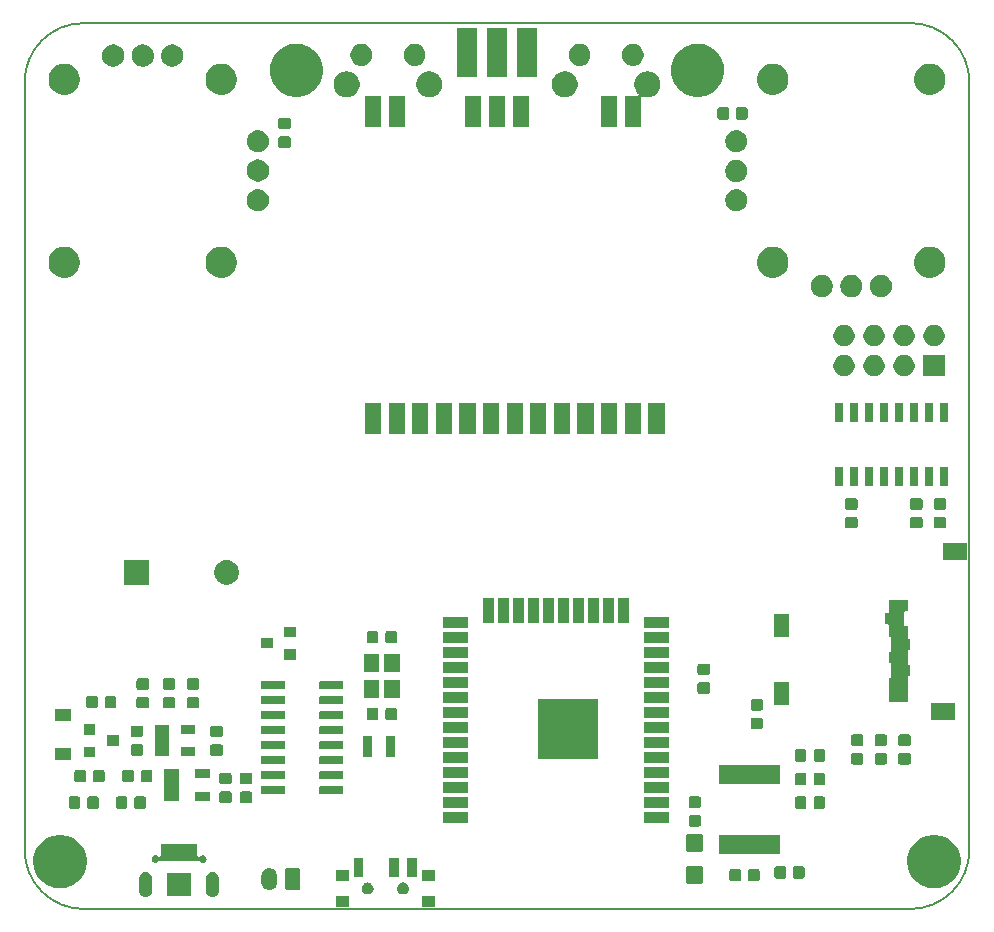
<source format=gbr>
%TF.GenerationSoftware,KiCad,Pcbnew,5.1.6-c6e7f7d~86~ubuntu20.04.1*%
%TF.CreationDate,2020-05-16T11:05:40+02:00*%
%TF.ProjectId,esp32_radio,65737033-325f-4726-9164-696f2e6b6963,V0.1*%
%TF.SameCoordinates,Original*%
%TF.FileFunction,Soldermask,Top*%
%TF.FilePolarity,Negative*%
%FSLAX46Y46*%
G04 Gerber Fmt 4.6, Leading zero omitted, Abs format (unit mm)*
G04 Created by KiCad (PCBNEW 5.1.6-c6e7f7d~86~ubuntu20.04.1) date 2020-05-16 11:05:40*
%MOMM*%
%LPD*%
G01*
G04 APERTURE LIST*
%TA.AperFunction,Profile*%
%ADD10C,0.150000*%
%TD*%
%ADD11C,0.100000*%
G04 APERTURE END LIST*
D10*
X107188000Y-109088000D02*
G75*
G03*
X112188000Y-114088000I5000000J0D01*
G01*
X182188000Y-114088000D02*
G75*
G03*
X187188000Y-109088000I0J5000000D01*
G01*
X187188000Y-44088000D02*
G75*
G03*
X182188000Y-39088000I-5000000J0D01*
G01*
X112188000Y-39088000D02*
G75*
G03*
X107188000Y-44088000I0J-5000000D01*
G01*
X182188000Y-39088000D02*
X112188000Y-39088000D01*
X187188000Y-109088000D02*
X187188000Y-44088000D01*
X112188000Y-114088000D02*
X182188000Y-114088000D01*
X107188000Y-44088000D02*
X107188000Y-109088000D01*
D11*
G36*
X141932300Y-113894800D02*
G01*
X140830700Y-113894800D01*
X140830700Y-112993200D01*
X141932300Y-112993200D01*
X141932300Y-113894800D01*
G37*
G36*
X134632300Y-113894800D02*
G01*
X133530700Y-113894800D01*
X133530700Y-112993200D01*
X134632300Y-112993200D01*
X134632300Y-113894800D01*
G37*
G36*
X117551975Y-110971170D02*
G01*
X117655801Y-111002665D01*
X117751489Y-111053811D01*
X117835359Y-111122641D01*
X117904189Y-111206511D01*
X117955335Y-111302198D01*
X117986830Y-111406024D01*
X117994800Y-111486943D01*
X117994800Y-112541057D01*
X117986830Y-112621976D01*
X117955335Y-112725802D01*
X117904189Y-112821489D01*
X117835359Y-112905359D01*
X117751489Y-112974189D01*
X117655802Y-113025335D01*
X117551976Y-113056830D01*
X117444000Y-113067465D01*
X117336025Y-113056830D01*
X117232199Y-113025335D01*
X117136512Y-112974189D01*
X117052642Y-112905359D01*
X116983812Y-112821489D01*
X116932666Y-112725802D01*
X116901171Y-112621976D01*
X116893201Y-112541057D01*
X116893200Y-111486944D01*
X116901170Y-111406025D01*
X116932665Y-111302199D01*
X116983811Y-111206511D01*
X117052641Y-111122641D01*
X117136511Y-111053811D01*
X117232198Y-111002665D01*
X117336024Y-110971170D01*
X117444000Y-110960535D01*
X117551975Y-110971170D01*
G37*
G36*
X123201975Y-110971170D02*
G01*
X123305801Y-111002665D01*
X123401489Y-111053811D01*
X123485359Y-111122641D01*
X123554189Y-111206511D01*
X123605335Y-111302198D01*
X123636830Y-111406024D01*
X123644800Y-111486943D01*
X123644800Y-112541057D01*
X123636830Y-112621976D01*
X123605335Y-112725802D01*
X123554189Y-112821489D01*
X123485359Y-112905359D01*
X123401489Y-112974189D01*
X123305802Y-113025335D01*
X123201976Y-113056830D01*
X123094000Y-113067465D01*
X122986025Y-113056830D01*
X122882199Y-113025335D01*
X122786512Y-112974189D01*
X122702642Y-112905359D01*
X122633812Y-112821489D01*
X122582666Y-112725802D01*
X122551171Y-112621976D01*
X122543201Y-112541057D01*
X122543200Y-111486944D01*
X122551170Y-111406025D01*
X122582665Y-111302199D01*
X122633811Y-111206511D01*
X122702641Y-111122641D01*
X122786511Y-111053811D01*
X122882198Y-111002665D01*
X122986024Y-110971170D01*
X123094000Y-110960535D01*
X123201975Y-110971170D01*
G37*
G36*
X121269800Y-113014800D02*
G01*
X119268200Y-113014800D01*
X119268200Y-111013200D01*
X121269800Y-111013200D01*
X121269800Y-113014800D01*
G37*
G36*
X139377577Y-111862445D02*
G01*
X139467494Y-111899690D01*
X139468718Y-111900197D01*
X139521310Y-111935338D01*
X139550741Y-111955003D01*
X139620497Y-112024759D01*
X139675304Y-112106784D01*
X139713055Y-112197923D01*
X139732300Y-112294674D01*
X139732300Y-112393326D01*
X139713055Y-112490077D01*
X139691941Y-112541051D01*
X139675303Y-112581218D01*
X139620497Y-112663241D01*
X139550741Y-112732997D01*
X139468718Y-112787803D01*
X139468717Y-112787804D01*
X139468716Y-112787804D01*
X139377577Y-112825555D01*
X139280826Y-112844800D01*
X139182174Y-112844800D01*
X139085423Y-112825555D01*
X138994284Y-112787804D01*
X138994283Y-112787804D01*
X138994282Y-112787803D01*
X138912259Y-112732997D01*
X138842503Y-112663241D01*
X138787697Y-112581218D01*
X138771059Y-112541051D01*
X138749945Y-112490077D01*
X138730700Y-112393326D01*
X138730700Y-112294674D01*
X138749945Y-112197923D01*
X138787696Y-112106784D01*
X138842503Y-112024759D01*
X138912259Y-111955003D01*
X138941690Y-111935338D01*
X138994282Y-111900197D01*
X138995506Y-111899690D01*
X139085423Y-111862445D01*
X139182174Y-111843200D01*
X139280826Y-111843200D01*
X139377577Y-111862445D01*
G37*
G36*
X136377577Y-111862445D02*
G01*
X136467494Y-111899690D01*
X136468718Y-111900197D01*
X136521310Y-111935338D01*
X136550741Y-111955003D01*
X136620497Y-112024759D01*
X136675304Y-112106784D01*
X136713055Y-112197923D01*
X136732300Y-112294674D01*
X136732300Y-112393326D01*
X136713055Y-112490077D01*
X136691941Y-112541051D01*
X136675303Y-112581218D01*
X136620497Y-112663241D01*
X136550741Y-112732997D01*
X136468718Y-112787803D01*
X136468717Y-112787804D01*
X136468716Y-112787804D01*
X136377577Y-112825555D01*
X136280826Y-112844800D01*
X136182174Y-112844800D01*
X136085423Y-112825555D01*
X135994284Y-112787804D01*
X135994283Y-112787804D01*
X135994282Y-112787803D01*
X135912259Y-112732997D01*
X135842503Y-112663241D01*
X135787697Y-112581218D01*
X135771059Y-112541051D01*
X135749945Y-112490077D01*
X135730700Y-112393326D01*
X135730700Y-112294674D01*
X135749945Y-112197923D01*
X135787696Y-112106784D01*
X135842503Y-112024759D01*
X135912259Y-111955003D01*
X135941690Y-111935338D01*
X135994282Y-111900197D01*
X135995506Y-111899690D01*
X136085423Y-111862445D01*
X136182174Y-111843200D01*
X136280826Y-111843200D01*
X136377577Y-111862445D01*
G37*
G36*
X128023179Y-110640417D02*
G01*
X128142786Y-110676700D01*
X128145858Y-110677632D01*
X128258913Y-110738061D01*
X128358012Y-110819388D01*
X128439339Y-110918487D01*
X128499768Y-111031542D01*
X128499769Y-111031545D01*
X128536983Y-111154221D01*
X128546400Y-111249837D01*
X128546400Y-111863763D01*
X128536983Y-111959379D01*
X128517150Y-112024759D01*
X128499768Y-112082058D01*
X128439339Y-112195113D01*
X128358012Y-112294211D01*
X128258912Y-112375539D01*
X128145857Y-112435968D01*
X128145854Y-112435969D01*
X128023178Y-112473183D01*
X127895600Y-112485748D01*
X127768021Y-112473183D01*
X127645345Y-112435969D01*
X127645342Y-112435968D01*
X127532287Y-112375539D01*
X127433189Y-112294212D01*
X127351861Y-112195112D01*
X127291432Y-112082057D01*
X127291431Y-112082054D01*
X127254217Y-111959378D01*
X127244800Y-111863762D01*
X127244800Y-111249837D01*
X127254217Y-111154221D01*
X127279026Y-111072437D01*
X127291431Y-111031544D01*
X127329386Y-110960536D01*
X127351862Y-110918486D01*
X127367041Y-110899990D01*
X127433189Y-110819388D01*
X127532288Y-110738061D01*
X127645343Y-110677632D01*
X127648415Y-110676700D01*
X127768022Y-110640417D01*
X127895600Y-110627852D01*
X128023179Y-110640417D01*
G37*
G36*
X130386710Y-110635402D02*
G01*
X130423784Y-110646649D01*
X130457957Y-110664914D01*
X130487907Y-110689493D01*
X130512486Y-110719443D01*
X130530751Y-110753616D01*
X130541998Y-110790690D01*
X130546400Y-110835390D01*
X130546400Y-112278210D01*
X130541998Y-112322910D01*
X130530751Y-112359984D01*
X130512486Y-112394157D01*
X130487907Y-112424107D01*
X130457957Y-112448686D01*
X130423784Y-112466951D01*
X130386710Y-112478198D01*
X130342010Y-112482600D01*
X129449190Y-112482600D01*
X129404490Y-112478198D01*
X129367416Y-112466951D01*
X129333243Y-112448686D01*
X129303293Y-112424107D01*
X129278714Y-112394157D01*
X129260449Y-112359984D01*
X129249202Y-112322910D01*
X129244800Y-112278210D01*
X129244800Y-110835390D01*
X129249202Y-110790690D01*
X129260449Y-110753616D01*
X129278714Y-110719443D01*
X129303293Y-110689493D01*
X129333243Y-110664914D01*
X129367416Y-110646649D01*
X129404490Y-110635402D01*
X129449190Y-110631000D01*
X130342010Y-110631000D01*
X130386710Y-110635402D01*
G37*
G36*
X184699584Y-107894865D02*
G01*
X184844534Y-107923697D01*
X185254154Y-108093367D01*
X185622802Y-108339689D01*
X185936311Y-108653198D01*
X186182633Y-109021846D01*
X186352303Y-109431466D01*
X186352303Y-109431467D01*
X186438800Y-109866314D01*
X186438800Y-110309686D01*
X186403612Y-110486586D01*
X186352303Y-110744534D01*
X186182633Y-111154154D01*
X185936311Y-111522802D01*
X185622802Y-111836311D01*
X185254154Y-112082633D01*
X184844534Y-112252303D01*
X184714291Y-112278210D01*
X184409686Y-112338800D01*
X183966314Y-112338800D01*
X183661709Y-112278210D01*
X183531466Y-112252303D01*
X183121846Y-112082633D01*
X182753198Y-111836311D01*
X182439689Y-111522802D01*
X182193367Y-111154154D01*
X182023697Y-110744534D01*
X181972388Y-110486586D01*
X181937200Y-110309686D01*
X181937200Y-109866314D01*
X182023697Y-109431467D01*
X182023697Y-109431466D01*
X182193367Y-109021846D01*
X182439689Y-108653198D01*
X182753198Y-108339689D01*
X183121846Y-108093367D01*
X183531466Y-107923697D01*
X183676416Y-107894865D01*
X183966314Y-107837200D01*
X184409686Y-107837200D01*
X184699584Y-107894865D01*
G37*
G36*
X110699584Y-107894865D02*
G01*
X110844534Y-107923697D01*
X111254154Y-108093367D01*
X111622802Y-108339689D01*
X111936311Y-108653198D01*
X112182633Y-109021846D01*
X112352303Y-109431466D01*
X112352303Y-109431467D01*
X112438800Y-109866314D01*
X112438800Y-110309686D01*
X112403612Y-110486586D01*
X112352303Y-110744534D01*
X112182633Y-111154154D01*
X111936311Y-111522802D01*
X111622802Y-111836311D01*
X111254154Y-112082633D01*
X110844534Y-112252303D01*
X110714291Y-112278210D01*
X110409686Y-112338800D01*
X109966314Y-112338800D01*
X109661709Y-112278210D01*
X109531466Y-112252303D01*
X109121846Y-112082633D01*
X108753198Y-111836311D01*
X108439689Y-111522802D01*
X108193367Y-111154154D01*
X108023697Y-110744534D01*
X107972388Y-110486586D01*
X107937200Y-110309686D01*
X107937200Y-109866314D01*
X108023697Y-109431467D01*
X108023697Y-109431466D01*
X108193367Y-109021846D01*
X108439689Y-108653198D01*
X108753198Y-108339689D01*
X109121846Y-108093367D01*
X109531466Y-107923697D01*
X109676416Y-107894865D01*
X109966314Y-107837200D01*
X110409686Y-107837200D01*
X110699584Y-107894865D01*
G37*
G36*
X164466160Y-110458446D02*
G01*
X164501709Y-110469230D01*
X164534474Y-110486743D01*
X164563190Y-110510310D01*
X164586757Y-110539026D01*
X164604270Y-110571791D01*
X164615054Y-110607340D01*
X164619300Y-110650452D01*
X164619300Y-111759548D01*
X164615054Y-111802660D01*
X164604270Y-111838209D01*
X164586757Y-111870974D01*
X164563190Y-111899690D01*
X164534474Y-111923257D01*
X164501709Y-111940770D01*
X164466160Y-111951554D01*
X164423048Y-111955800D01*
X163363952Y-111955800D01*
X163320840Y-111951554D01*
X163285291Y-111940770D01*
X163252526Y-111923257D01*
X163223810Y-111899690D01*
X163200243Y-111870974D01*
X163182730Y-111838209D01*
X163171946Y-111802660D01*
X163167700Y-111759548D01*
X163167700Y-110650452D01*
X163171946Y-110607340D01*
X163182730Y-110571791D01*
X163200243Y-110539026D01*
X163223810Y-110510310D01*
X163252526Y-110486743D01*
X163285291Y-110469230D01*
X163320840Y-110458446D01*
X163363952Y-110454200D01*
X164423048Y-110454200D01*
X164466160Y-110458446D01*
G37*
G36*
X167692468Y-110716283D02*
G01*
X167726433Y-110726586D01*
X167757734Y-110743317D01*
X167785168Y-110765832D01*
X167807683Y-110793266D01*
X167824414Y-110824567D01*
X167834717Y-110858532D01*
X167838800Y-110899990D01*
X167838800Y-111576010D01*
X167834717Y-111617468D01*
X167824414Y-111651433D01*
X167807683Y-111682734D01*
X167785168Y-111710168D01*
X167757734Y-111732683D01*
X167726433Y-111749414D01*
X167692468Y-111759717D01*
X167651010Y-111763800D01*
X167049990Y-111763800D01*
X167008532Y-111759717D01*
X166974567Y-111749414D01*
X166943266Y-111732683D01*
X166915832Y-111710168D01*
X166893317Y-111682734D01*
X166876586Y-111651433D01*
X166866283Y-111617468D01*
X166862200Y-111576010D01*
X166862200Y-110899990D01*
X166866283Y-110858532D01*
X166876586Y-110824567D01*
X166893317Y-110793266D01*
X166915832Y-110765832D01*
X166943266Y-110743317D01*
X166974567Y-110726586D01*
X167008532Y-110716283D01*
X167049990Y-110712200D01*
X167651010Y-110712200D01*
X167692468Y-110716283D01*
G37*
G36*
X169267468Y-110716283D02*
G01*
X169301433Y-110726586D01*
X169332734Y-110743317D01*
X169360168Y-110765832D01*
X169382683Y-110793266D01*
X169399414Y-110824567D01*
X169409717Y-110858532D01*
X169413800Y-110899990D01*
X169413800Y-111576010D01*
X169409717Y-111617468D01*
X169399414Y-111651433D01*
X169382683Y-111682734D01*
X169360168Y-111710168D01*
X169332734Y-111732683D01*
X169301433Y-111749414D01*
X169267468Y-111759717D01*
X169226010Y-111763800D01*
X168624990Y-111763800D01*
X168583532Y-111759717D01*
X168549567Y-111749414D01*
X168518266Y-111732683D01*
X168490832Y-111710168D01*
X168468317Y-111682734D01*
X168451586Y-111651433D01*
X168441283Y-111617468D01*
X168437200Y-111576010D01*
X168437200Y-110899990D01*
X168441283Y-110858532D01*
X168451586Y-110824567D01*
X168468317Y-110793266D01*
X168490832Y-110765832D01*
X168518266Y-110743317D01*
X168549567Y-110726586D01*
X168583532Y-110716283D01*
X168624990Y-110712200D01*
X169226010Y-110712200D01*
X169267468Y-110716283D01*
G37*
G36*
X134632300Y-111684800D02*
G01*
X133530700Y-111684800D01*
X133530700Y-110783200D01*
X134632300Y-110783200D01*
X134632300Y-111684800D01*
G37*
G36*
X141932300Y-111684800D02*
G01*
X140830700Y-111684800D01*
X140830700Y-110783200D01*
X141932300Y-110783200D01*
X141932300Y-111684800D01*
G37*
G36*
X173087468Y-110476283D02*
G01*
X173121433Y-110486586D01*
X173152734Y-110503317D01*
X173180168Y-110525832D01*
X173202683Y-110553266D01*
X173219414Y-110584567D01*
X173229717Y-110618532D01*
X173233800Y-110659990D01*
X173233800Y-111336010D01*
X173229717Y-111377468D01*
X173219414Y-111411433D01*
X173202683Y-111442734D01*
X173180168Y-111470168D01*
X173152734Y-111492683D01*
X173121433Y-111509414D01*
X173087468Y-111519717D01*
X173046010Y-111523800D01*
X172444990Y-111523800D01*
X172403532Y-111519717D01*
X172369567Y-111509414D01*
X172338266Y-111492683D01*
X172310832Y-111470168D01*
X172288317Y-111442734D01*
X172271586Y-111411433D01*
X172261283Y-111377468D01*
X172257200Y-111336010D01*
X172257200Y-110659990D01*
X172261283Y-110618532D01*
X172271586Y-110584567D01*
X172288317Y-110553266D01*
X172310832Y-110525832D01*
X172338266Y-110503317D01*
X172369567Y-110486586D01*
X172403532Y-110476283D01*
X172444990Y-110472200D01*
X173046010Y-110472200D01*
X173087468Y-110476283D01*
G37*
G36*
X171512468Y-110476283D02*
G01*
X171546433Y-110486586D01*
X171577734Y-110503317D01*
X171605168Y-110525832D01*
X171627683Y-110553266D01*
X171644414Y-110584567D01*
X171654717Y-110618532D01*
X171658800Y-110659990D01*
X171658800Y-111336010D01*
X171654717Y-111377468D01*
X171644414Y-111411433D01*
X171627683Y-111442734D01*
X171605168Y-111470168D01*
X171577734Y-111492683D01*
X171546433Y-111509414D01*
X171512468Y-111519717D01*
X171471010Y-111523800D01*
X170869990Y-111523800D01*
X170828532Y-111519717D01*
X170794567Y-111509414D01*
X170763266Y-111492683D01*
X170735832Y-111470168D01*
X170713317Y-111442734D01*
X170696586Y-111411433D01*
X170686283Y-111377468D01*
X170682200Y-111336010D01*
X170682200Y-110659990D01*
X170686283Y-110618532D01*
X170696586Y-110584567D01*
X170713317Y-110553266D01*
X170735832Y-110525832D01*
X170763266Y-110503317D01*
X170794567Y-110486586D01*
X170828532Y-110476283D01*
X170869990Y-110472200D01*
X171471010Y-110472200D01*
X171512468Y-110476283D01*
G37*
G36*
X140382300Y-111384800D02*
G01*
X139580700Y-111384800D01*
X139580700Y-109783200D01*
X140382300Y-109783200D01*
X140382300Y-111384800D01*
G37*
G36*
X135882300Y-111384800D02*
G01*
X135080700Y-111384800D01*
X135080700Y-109783200D01*
X135882300Y-109783200D01*
X135882300Y-111384800D01*
G37*
G36*
X138882300Y-111384800D02*
G01*
X138080700Y-111384800D01*
X138080700Y-109783200D01*
X138882300Y-109783200D01*
X138882300Y-111384800D01*
G37*
G36*
X121819800Y-109550676D02*
G01*
X121822202Y-109575062D01*
X121829315Y-109598511D01*
X121840866Y-109620122D01*
X121856411Y-109639064D01*
X121875353Y-109654609D01*
X121896964Y-109666160D01*
X121920413Y-109673273D01*
X121944799Y-109675675D01*
X121969185Y-109673273D01*
X121992634Y-109666160D01*
X122014245Y-109654609D01*
X122033181Y-109639069D01*
X122061315Y-109610935D01*
X122061318Y-109610933D01*
X122061320Y-109610931D01*
X122114674Y-109575281D01*
X122115203Y-109575062D01*
X122128108Y-109569717D01*
X122173969Y-109550720D01*
X122236910Y-109538200D01*
X122301090Y-109538200D01*
X122364031Y-109550720D01*
X122409892Y-109569717D01*
X122422798Y-109575062D01*
X122423326Y-109575281D01*
X122476680Y-109610931D01*
X122476682Y-109610933D01*
X122476685Y-109610935D01*
X122522065Y-109656315D01*
X122522067Y-109656318D01*
X122522069Y-109656320D01*
X122557719Y-109709674D01*
X122582280Y-109768969D01*
X122594800Y-109831910D01*
X122594800Y-109896090D01*
X122582280Y-109959031D01*
X122557719Y-110018326D01*
X122522069Y-110071680D01*
X122522067Y-110071682D01*
X122522065Y-110071685D01*
X122476685Y-110117065D01*
X122476682Y-110117067D01*
X122476680Y-110117069D01*
X122423326Y-110152719D01*
X122364031Y-110177280D01*
X122301090Y-110189800D01*
X122236910Y-110189800D01*
X122173969Y-110177280D01*
X122114674Y-110152719D01*
X122061320Y-110117069D01*
X122061318Y-110117067D01*
X122061315Y-110117065D01*
X122033181Y-110088931D01*
X122014245Y-110073391D01*
X121992634Y-110061840D01*
X121969185Y-110054727D01*
X121944799Y-110052325D01*
X121920413Y-110054727D01*
X121896964Y-110061840D01*
X121891426Y-110064800D01*
X118646574Y-110064800D01*
X118641036Y-110061840D01*
X118617587Y-110054727D01*
X118593201Y-110052325D01*
X118568815Y-110054727D01*
X118545366Y-110061840D01*
X118523755Y-110073391D01*
X118504819Y-110088931D01*
X118476685Y-110117065D01*
X118476682Y-110117067D01*
X118476680Y-110117069D01*
X118423326Y-110152719D01*
X118364031Y-110177280D01*
X118301090Y-110189800D01*
X118236910Y-110189800D01*
X118173969Y-110177280D01*
X118114674Y-110152719D01*
X118061320Y-110117069D01*
X118061318Y-110117067D01*
X118061315Y-110117065D01*
X118015935Y-110071685D01*
X118015933Y-110071682D01*
X118015931Y-110071680D01*
X117980281Y-110018326D01*
X117955720Y-109959031D01*
X117943200Y-109896090D01*
X117943200Y-109831910D01*
X117955720Y-109768969D01*
X117980281Y-109709674D01*
X118015931Y-109656320D01*
X118015933Y-109656318D01*
X118015935Y-109656315D01*
X118061315Y-109610935D01*
X118061318Y-109610933D01*
X118061320Y-109610931D01*
X118114674Y-109575281D01*
X118115203Y-109575062D01*
X118128108Y-109569717D01*
X118173969Y-109550720D01*
X118236910Y-109538200D01*
X118301090Y-109538200D01*
X118364031Y-109550720D01*
X118409892Y-109569717D01*
X118422798Y-109575062D01*
X118423326Y-109575281D01*
X118476680Y-109610931D01*
X118476682Y-109610933D01*
X118476685Y-109610935D01*
X118504819Y-109639069D01*
X118523755Y-109654609D01*
X118545366Y-109666160D01*
X118568815Y-109673273D01*
X118593201Y-109675675D01*
X118617587Y-109673273D01*
X118641036Y-109666160D01*
X118662647Y-109654609D01*
X118681589Y-109639064D01*
X118697134Y-109620122D01*
X118708685Y-109598511D01*
X118715798Y-109575062D01*
X118718200Y-109550676D01*
X118718200Y-108613200D01*
X121819800Y-108613200D01*
X121819800Y-109550676D01*
G37*
G36*
X171113800Y-109438800D02*
G01*
X166012200Y-109438800D01*
X166012200Y-107837200D01*
X171113800Y-107837200D01*
X171113800Y-109438800D01*
G37*
G36*
X164466160Y-107758446D02*
G01*
X164501709Y-107769230D01*
X164534474Y-107786743D01*
X164563190Y-107810310D01*
X164586757Y-107839026D01*
X164604270Y-107871791D01*
X164615054Y-107907340D01*
X164619300Y-107950452D01*
X164619300Y-109059548D01*
X164615054Y-109102660D01*
X164604270Y-109138209D01*
X164586757Y-109170974D01*
X164563190Y-109199690D01*
X164534474Y-109223257D01*
X164501709Y-109240770D01*
X164466160Y-109251554D01*
X164423048Y-109255800D01*
X163363952Y-109255800D01*
X163320840Y-109251554D01*
X163285291Y-109240770D01*
X163252526Y-109223257D01*
X163223810Y-109199690D01*
X163200243Y-109170974D01*
X163182730Y-109138209D01*
X163171946Y-109102660D01*
X163167700Y-109059548D01*
X163167700Y-107950452D01*
X163171946Y-107907340D01*
X163182730Y-107871791D01*
X163200243Y-107839026D01*
X163223810Y-107810310D01*
X163252526Y-107786743D01*
X163285291Y-107769230D01*
X163320840Y-107758446D01*
X163363952Y-107754200D01*
X164423048Y-107754200D01*
X164466160Y-107758446D01*
G37*
G36*
X164317468Y-106141283D02*
G01*
X164351433Y-106151586D01*
X164382734Y-106168317D01*
X164410168Y-106190832D01*
X164432683Y-106218266D01*
X164449414Y-106249567D01*
X164459717Y-106283532D01*
X164463800Y-106324990D01*
X164463800Y-106926010D01*
X164459717Y-106967468D01*
X164449414Y-107001433D01*
X164432683Y-107032734D01*
X164410168Y-107060168D01*
X164382734Y-107082683D01*
X164351433Y-107099414D01*
X164317468Y-107109717D01*
X164276010Y-107113800D01*
X163599990Y-107113800D01*
X163558532Y-107109717D01*
X163524567Y-107099414D01*
X163493266Y-107082683D01*
X163465832Y-107060168D01*
X163443317Y-107032734D01*
X163426586Y-107001433D01*
X163416283Y-106967468D01*
X163412200Y-106926010D01*
X163412200Y-106324990D01*
X163416283Y-106283532D01*
X163426586Y-106249567D01*
X163443317Y-106218266D01*
X163465832Y-106190832D01*
X163493266Y-106168317D01*
X163524567Y-106151586D01*
X163558532Y-106141283D01*
X163599990Y-106137200D01*
X164276010Y-106137200D01*
X164317468Y-106141283D01*
G37*
G36*
X144738800Y-106843800D02*
G01*
X142637200Y-106843800D01*
X142637200Y-105842200D01*
X144738800Y-105842200D01*
X144738800Y-106843800D01*
G37*
G36*
X161738800Y-106843800D02*
G01*
X159637200Y-106843800D01*
X159637200Y-105842200D01*
X161738800Y-105842200D01*
X161738800Y-106843800D01*
G37*
G36*
X173242468Y-104566283D02*
G01*
X173276433Y-104576586D01*
X173307734Y-104593317D01*
X173335168Y-104615832D01*
X173357683Y-104643266D01*
X173374414Y-104674567D01*
X173384717Y-104708532D01*
X173388800Y-104749990D01*
X173388800Y-105426010D01*
X173384717Y-105467468D01*
X173374414Y-105501433D01*
X173357683Y-105532734D01*
X173335168Y-105560168D01*
X173307734Y-105582683D01*
X173276433Y-105599414D01*
X173242468Y-105609717D01*
X173201010Y-105613800D01*
X172599990Y-105613800D01*
X172558532Y-105609717D01*
X172524567Y-105599414D01*
X172493266Y-105582683D01*
X172465832Y-105560168D01*
X172443317Y-105532734D01*
X172426586Y-105501433D01*
X172416283Y-105467468D01*
X172412200Y-105426010D01*
X172412200Y-104749990D01*
X172416283Y-104708532D01*
X172426586Y-104674567D01*
X172443317Y-104643266D01*
X172465832Y-104615832D01*
X172493266Y-104593317D01*
X172524567Y-104576586D01*
X172558532Y-104566283D01*
X172599990Y-104562200D01*
X173201010Y-104562200D01*
X173242468Y-104566283D01*
G37*
G36*
X117317468Y-104566283D02*
G01*
X117351433Y-104576586D01*
X117382734Y-104593317D01*
X117410168Y-104615832D01*
X117432683Y-104643266D01*
X117449414Y-104674567D01*
X117459717Y-104708532D01*
X117463800Y-104749990D01*
X117463800Y-105426010D01*
X117459717Y-105467468D01*
X117449414Y-105501433D01*
X117432683Y-105532734D01*
X117410168Y-105560168D01*
X117382734Y-105582683D01*
X117351433Y-105599414D01*
X117317468Y-105609717D01*
X117276010Y-105613800D01*
X116674990Y-105613800D01*
X116633532Y-105609717D01*
X116599567Y-105599414D01*
X116568266Y-105582683D01*
X116540832Y-105560168D01*
X116518317Y-105532734D01*
X116501586Y-105501433D01*
X116491283Y-105467468D01*
X116487200Y-105426010D01*
X116487200Y-104749990D01*
X116491283Y-104708532D01*
X116501586Y-104674567D01*
X116518317Y-104643266D01*
X116540832Y-104615832D01*
X116568266Y-104593317D01*
X116599567Y-104576586D01*
X116633532Y-104566283D01*
X116674990Y-104562200D01*
X117276010Y-104562200D01*
X117317468Y-104566283D01*
G37*
G36*
X113317468Y-104566283D02*
G01*
X113351433Y-104576586D01*
X113382734Y-104593317D01*
X113410168Y-104615832D01*
X113432683Y-104643266D01*
X113449414Y-104674567D01*
X113459717Y-104708532D01*
X113463800Y-104749990D01*
X113463800Y-105426010D01*
X113459717Y-105467468D01*
X113449414Y-105501433D01*
X113432683Y-105532734D01*
X113410168Y-105560168D01*
X113382734Y-105582683D01*
X113351433Y-105599414D01*
X113317468Y-105609717D01*
X113276010Y-105613800D01*
X112674990Y-105613800D01*
X112633532Y-105609717D01*
X112599567Y-105599414D01*
X112568266Y-105582683D01*
X112540832Y-105560168D01*
X112518317Y-105532734D01*
X112501586Y-105501433D01*
X112491283Y-105467468D01*
X112487200Y-105426010D01*
X112487200Y-104749990D01*
X112491283Y-104708532D01*
X112501586Y-104674567D01*
X112518317Y-104643266D01*
X112540832Y-104615832D01*
X112568266Y-104593317D01*
X112599567Y-104576586D01*
X112633532Y-104566283D01*
X112674990Y-104562200D01*
X113276010Y-104562200D01*
X113317468Y-104566283D01*
G37*
G36*
X111742468Y-104566283D02*
G01*
X111776433Y-104576586D01*
X111807734Y-104593317D01*
X111835168Y-104615832D01*
X111857683Y-104643266D01*
X111874414Y-104674567D01*
X111884717Y-104708532D01*
X111888800Y-104749990D01*
X111888800Y-105426010D01*
X111884717Y-105467468D01*
X111874414Y-105501433D01*
X111857683Y-105532734D01*
X111835168Y-105560168D01*
X111807734Y-105582683D01*
X111776433Y-105599414D01*
X111742468Y-105609717D01*
X111701010Y-105613800D01*
X111099990Y-105613800D01*
X111058532Y-105609717D01*
X111024567Y-105599414D01*
X110993266Y-105582683D01*
X110965832Y-105560168D01*
X110943317Y-105532734D01*
X110926586Y-105501433D01*
X110916283Y-105467468D01*
X110912200Y-105426010D01*
X110912200Y-104749990D01*
X110916283Y-104708532D01*
X110926586Y-104674567D01*
X110943317Y-104643266D01*
X110965832Y-104615832D01*
X110993266Y-104593317D01*
X111024567Y-104576586D01*
X111058532Y-104566283D01*
X111099990Y-104562200D01*
X111701010Y-104562200D01*
X111742468Y-104566283D01*
G37*
G36*
X174817468Y-104566283D02*
G01*
X174851433Y-104576586D01*
X174882734Y-104593317D01*
X174910168Y-104615832D01*
X174932683Y-104643266D01*
X174949414Y-104674567D01*
X174959717Y-104708532D01*
X174963800Y-104749990D01*
X174963800Y-105426010D01*
X174959717Y-105467468D01*
X174949414Y-105501433D01*
X174932683Y-105532734D01*
X174910168Y-105560168D01*
X174882734Y-105582683D01*
X174851433Y-105599414D01*
X174817468Y-105609717D01*
X174776010Y-105613800D01*
X174174990Y-105613800D01*
X174133532Y-105609717D01*
X174099567Y-105599414D01*
X174068266Y-105582683D01*
X174040832Y-105560168D01*
X174018317Y-105532734D01*
X174001586Y-105501433D01*
X173991283Y-105467468D01*
X173987200Y-105426010D01*
X173987200Y-104749990D01*
X173991283Y-104708532D01*
X174001586Y-104674567D01*
X174018317Y-104643266D01*
X174040832Y-104615832D01*
X174068266Y-104593317D01*
X174099567Y-104576586D01*
X174133532Y-104566283D01*
X174174990Y-104562200D01*
X174776010Y-104562200D01*
X174817468Y-104566283D01*
G37*
G36*
X115742468Y-104566283D02*
G01*
X115776433Y-104576586D01*
X115807734Y-104593317D01*
X115835168Y-104615832D01*
X115857683Y-104643266D01*
X115874414Y-104674567D01*
X115884717Y-104708532D01*
X115888800Y-104749990D01*
X115888800Y-105426010D01*
X115884717Y-105467468D01*
X115874414Y-105501433D01*
X115857683Y-105532734D01*
X115835168Y-105560168D01*
X115807734Y-105582683D01*
X115776433Y-105599414D01*
X115742468Y-105609717D01*
X115701010Y-105613800D01*
X115099990Y-105613800D01*
X115058532Y-105609717D01*
X115024567Y-105599414D01*
X114993266Y-105582683D01*
X114965832Y-105560168D01*
X114943317Y-105532734D01*
X114926586Y-105501433D01*
X114916283Y-105467468D01*
X114912200Y-105426010D01*
X114912200Y-104749990D01*
X114916283Y-104708532D01*
X114926586Y-104674567D01*
X114943317Y-104643266D01*
X114965832Y-104615832D01*
X114993266Y-104593317D01*
X115024567Y-104576586D01*
X115058532Y-104566283D01*
X115099990Y-104562200D01*
X115701010Y-104562200D01*
X115742468Y-104566283D01*
G37*
G36*
X144738800Y-105573800D02*
G01*
X142637200Y-105573800D01*
X142637200Y-104572200D01*
X144738800Y-104572200D01*
X144738800Y-105573800D01*
G37*
G36*
X161738800Y-105573800D02*
G01*
X159637200Y-105573800D01*
X159637200Y-104572200D01*
X161738800Y-104572200D01*
X161738800Y-105573800D01*
G37*
G36*
X164317468Y-104566283D02*
G01*
X164351433Y-104576586D01*
X164382734Y-104593317D01*
X164410168Y-104615832D01*
X164432683Y-104643266D01*
X164449414Y-104674567D01*
X164459717Y-104708532D01*
X164463800Y-104749990D01*
X164463800Y-105351010D01*
X164459717Y-105392468D01*
X164449414Y-105426433D01*
X164432683Y-105457734D01*
X164410168Y-105485168D01*
X164382734Y-105507683D01*
X164351433Y-105524414D01*
X164317468Y-105534717D01*
X164276010Y-105538800D01*
X163599990Y-105538800D01*
X163558532Y-105534717D01*
X163524567Y-105524414D01*
X163493266Y-105507683D01*
X163465832Y-105485168D01*
X163443317Y-105457734D01*
X163426586Y-105426433D01*
X163416283Y-105392468D01*
X163412200Y-105351010D01*
X163412200Y-104749990D01*
X163416283Y-104708532D01*
X163426586Y-104674567D01*
X163443317Y-104643266D01*
X163465832Y-104615832D01*
X163493266Y-104593317D01*
X163524567Y-104576586D01*
X163558532Y-104566283D01*
X163599990Y-104562200D01*
X164276010Y-104562200D01*
X164317468Y-104566283D01*
G37*
G36*
X126317468Y-104141283D02*
G01*
X126351433Y-104151586D01*
X126382734Y-104168317D01*
X126410168Y-104190832D01*
X126432683Y-104218266D01*
X126449414Y-104249567D01*
X126459717Y-104283532D01*
X126463800Y-104324990D01*
X126463800Y-104926010D01*
X126459717Y-104967468D01*
X126449414Y-105001433D01*
X126432683Y-105032734D01*
X126410168Y-105060168D01*
X126382734Y-105082683D01*
X126351433Y-105099414D01*
X126317468Y-105109717D01*
X126276010Y-105113800D01*
X125599990Y-105113800D01*
X125558532Y-105109717D01*
X125524567Y-105099414D01*
X125493266Y-105082683D01*
X125465832Y-105060168D01*
X125443317Y-105032734D01*
X125426586Y-105001433D01*
X125416283Y-104967468D01*
X125412200Y-104926010D01*
X125412200Y-104324990D01*
X125416283Y-104283532D01*
X125426586Y-104249567D01*
X125443317Y-104218266D01*
X125465832Y-104190832D01*
X125493266Y-104168317D01*
X125524567Y-104151586D01*
X125558532Y-104141283D01*
X125599990Y-104137200D01*
X126276010Y-104137200D01*
X126317468Y-104141283D01*
G37*
G36*
X124567468Y-104141283D02*
G01*
X124601433Y-104151586D01*
X124632734Y-104168317D01*
X124660168Y-104190832D01*
X124682683Y-104218266D01*
X124699414Y-104249567D01*
X124709717Y-104283532D01*
X124713800Y-104324990D01*
X124713800Y-104926010D01*
X124709717Y-104967468D01*
X124699414Y-105001433D01*
X124682683Y-105032734D01*
X124660168Y-105060168D01*
X124632734Y-105082683D01*
X124601433Y-105099414D01*
X124567468Y-105109717D01*
X124526010Y-105113800D01*
X123849990Y-105113800D01*
X123808532Y-105109717D01*
X123774567Y-105099414D01*
X123743266Y-105082683D01*
X123715832Y-105060168D01*
X123693317Y-105032734D01*
X123676586Y-105001433D01*
X123666283Y-104967468D01*
X123662200Y-104926010D01*
X123662200Y-104324990D01*
X123666283Y-104283532D01*
X123676586Y-104249567D01*
X123693317Y-104218266D01*
X123715832Y-104190832D01*
X123743266Y-104168317D01*
X123774567Y-104151586D01*
X123808532Y-104141283D01*
X123849990Y-104137200D01*
X124526010Y-104137200D01*
X124567468Y-104141283D01*
G37*
G36*
X122908800Y-104913800D02*
G01*
X121587200Y-104913800D01*
X121587200Y-104162200D01*
X122908800Y-104162200D01*
X122908800Y-104913800D01*
G37*
G36*
X120288800Y-104913800D02*
G01*
X118967200Y-104913800D01*
X118967200Y-102262200D01*
X120288800Y-102262200D01*
X120288800Y-104913800D01*
G37*
G36*
X134097809Y-103684962D02*
G01*
X134118872Y-103691352D01*
X134138289Y-103701730D01*
X134155305Y-103715695D01*
X134169270Y-103732711D01*
X134179648Y-103752128D01*
X134186038Y-103773191D01*
X134188800Y-103801240D01*
X134188800Y-104264760D01*
X134186038Y-104292809D01*
X134179648Y-104313872D01*
X134169270Y-104333289D01*
X134155305Y-104350305D01*
X134138289Y-104364270D01*
X134118872Y-104374648D01*
X134097809Y-104381038D01*
X134069760Y-104383800D01*
X132256240Y-104383800D01*
X132228191Y-104381038D01*
X132207128Y-104374648D01*
X132187711Y-104364270D01*
X132170695Y-104350305D01*
X132156730Y-104333289D01*
X132146352Y-104313872D01*
X132139962Y-104292809D01*
X132137200Y-104264760D01*
X132137200Y-103801240D01*
X132139962Y-103773191D01*
X132146352Y-103752128D01*
X132156730Y-103732711D01*
X132170695Y-103715695D01*
X132187711Y-103701730D01*
X132207128Y-103691352D01*
X132228191Y-103684962D01*
X132256240Y-103682200D01*
X134069760Y-103682200D01*
X134097809Y-103684962D01*
G37*
G36*
X129147809Y-103684962D02*
G01*
X129168872Y-103691352D01*
X129188289Y-103701730D01*
X129205305Y-103715695D01*
X129219270Y-103732711D01*
X129229648Y-103752128D01*
X129236038Y-103773191D01*
X129238800Y-103801240D01*
X129238800Y-104264760D01*
X129236038Y-104292809D01*
X129229648Y-104313872D01*
X129219270Y-104333289D01*
X129205305Y-104350305D01*
X129188289Y-104364270D01*
X129168872Y-104374648D01*
X129147809Y-104381038D01*
X129119760Y-104383800D01*
X127306240Y-104383800D01*
X127278191Y-104381038D01*
X127257128Y-104374648D01*
X127237711Y-104364270D01*
X127220695Y-104350305D01*
X127206730Y-104333289D01*
X127196352Y-104313872D01*
X127189962Y-104292809D01*
X127187200Y-104264760D01*
X127187200Y-103801240D01*
X127189962Y-103773191D01*
X127196352Y-103752128D01*
X127206730Y-103732711D01*
X127220695Y-103715695D01*
X127237711Y-103701730D01*
X127257128Y-103691352D01*
X127278191Y-103684962D01*
X127306240Y-103682200D01*
X129119760Y-103682200D01*
X129147809Y-103684962D01*
G37*
G36*
X161738800Y-104303800D02*
G01*
X159637200Y-104303800D01*
X159637200Y-103302200D01*
X161738800Y-103302200D01*
X161738800Y-104303800D01*
G37*
G36*
X144738800Y-104303800D02*
G01*
X142637200Y-104303800D01*
X142637200Y-103302200D01*
X144738800Y-103302200D01*
X144738800Y-104303800D01*
G37*
G36*
X174817468Y-102566283D02*
G01*
X174851433Y-102576586D01*
X174882734Y-102593317D01*
X174910168Y-102615832D01*
X174932683Y-102643266D01*
X174949414Y-102674567D01*
X174959717Y-102708532D01*
X174963800Y-102749990D01*
X174963800Y-103426010D01*
X174959717Y-103467468D01*
X174949414Y-103501433D01*
X174932683Y-103532734D01*
X174910168Y-103560168D01*
X174882734Y-103582683D01*
X174851433Y-103599414D01*
X174817468Y-103609717D01*
X174776010Y-103613800D01*
X174174990Y-103613800D01*
X174133532Y-103609717D01*
X174099567Y-103599414D01*
X174068266Y-103582683D01*
X174040832Y-103560168D01*
X174018317Y-103532734D01*
X174001586Y-103501433D01*
X173991283Y-103467468D01*
X173987200Y-103426010D01*
X173987200Y-102749990D01*
X173991283Y-102708532D01*
X174001586Y-102674567D01*
X174018317Y-102643266D01*
X174040832Y-102615832D01*
X174068266Y-102593317D01*
X174099567Y-102576586D01*
X174133532Y-102566283D01*
X174174990Y-102562200D01*
X174776010Y-102562200D01*
X174817468Y-102566283D01*
G37*
G36*
X173242468Y-102566283D02*
G01*
X173276433Y-102576586D01*
X173307734Y-102593317D01*
X173335168Y-102615832D01*
X173357683Y-102643266D01*
X173374414Y-102674567D01*
X173384717Y-102708532D01*
X173388800Y-102749990D01*
X173388800Y-103426010D01*
X173384717Y-103467468D01*
X173374414Y-103501433D01*
X173357683Y-103532734D01*
X173335168Y-103560168D01*
X173307734Y-103582683D01*
X173276433Y-103599414D01*
X173242468Y-103609717D01*
X173201010Y-103613800D01*
X172599990Y-103613800D01*
X172558532Y-103609717D01*
X172524567Y-103599414D01*
X172493266Y-103582683D01*
X172465832Y-103560168D01*
X172443317Y-103532734D01*
X172426586Y-103501433D01*
X172416283Y-103467468D01*
X172412200Y-103426010D01*
X172412200Y-102749990D01*
X172416283Y-102708532D01*
X172426586Y-102674567D01*
X172443317Y-102643266D01*
X172465832Y-102615832D01*
X172493266Y-102593317D01*
X172524567Y-102576586D01*
X172558532Y-102566283D01*
X172599990Y-102562200D01*
X173201010Y-102562200D01*
X173242468Y-102566283D01*
G37*
G36*
X171113800Y-103538800D02*
G01*
X166012200Y-103538800D01*
X166012200Y-101937200D01*
X171113800Y-101937200D01*
X171113800Y-103538800D01*
G37*
G36*
X124567468Y-102566283D02*
G01*
X124601433Y-102576586D01*
X124632734Y-102593317D01*
X124660168Y-102615832D01*
X124682683Y-102643266D01*
X124699414Y-102674567D01*
X124709717Y-102708532D01*
X124713800Y-102749990D01*
X124713800Y-103351010D01*
X124709717Y-103392468D01*
X124699414Y-103426433D01*
X124682683Y-103457734D01*
X124660168Y-103485168D01*
X124632734Y-103507683D01*
X124601433Y-103524414D01*
X124567468Y-103534717D01*
X124526010Y-103538800D01*
X123849990Y-103538800D01*
X123808532Y-103534717D01*
X123774567Y-103524414D01*
X123743266Y-103507683D01*
X123715832Y-103485168D01*
X123693317Y-103457734D01*
X123676586Y-103426433D01*
X123666283Y-103392468D01*
X123662200Y-103351010D01*
X123662200Y-102749990D01*
X123666283Y-102708532D01*
X123676586Y-102674567D01*
X123693317Y-102643266D01*
X123715832Y-102615832D01*
X123743266Y-102593317D01*
X123774567Y-102576586D01*
X123808532Y-102566283D01*
X123849990Y-102562200D01*
X124526010Y-102562200D01*
X124567468Y-102566283D01*
G37*
G36*
X126317468Y-102566283D02*
G01*
X126351433Y-102576586D01*
X126382734Y-102593317D01*
X126410168Y-102615832D01*
X126432683Y-102643266D01*
X126449414Y-102674567D01*
X126459717Y-102708532D01*
X126463800Y-102749990D01*
X126463800Y-103351010D01*
X126459717Y-103392468D01*
X126449414Y-103426433D01*
X126432683Y-103457734D01*
X126410168Y-103485168D01*
X126382734Y-103507683D01*
X126351433Y-103524414D01*
X126317468Y-103534717D01*
X126276010Y-103538800D01*
X125599990Y-103538800D01*
X125558532Y-103534717D01*
X125524567Y-103524414D01*
X125493266Y-103507683D01*
X125465832Y-103485168D01*
X125443317Y-103457734D01*
X125426586Y-103426433D01*
X125416283Y-103392468D01*
X125412200Y-103351010D01*
X125412200Y-102749990D01*
X125416283Y-102708532D01*
X125426586Y-102674567D01*
X125443317Y-102643266D01*
X125465832Y-102615832D01*
X125493266Y-102593317D01*
X125524567Y-102576586D01*
X125558532Y-102566283D01*
X125599990Y-102562200D01*
X126276010Y-102562200D01*
X126317468Y-102566283D01*
G37*
G36*
X112242468Y-102316283D02*
G01*
X112276433Y-102326586D01*
X112307734Y-102343317D01*
X112335168Y-102365832D01*
X112357683Y-102393266D01*
X112374414Y-102424567D01*
X112384717Y-102458532D01*
X112388800Y-102499990D01*
X112388800Y-103176010D01*
X112384717Y-103217468D01*
X112374414Y-103251433D01*
X112357683Y-103282734D01*
X112335168Y-103310168D01*
X112307734Y-103332683D01*
X112276433Y-103349414D01*
X112242468Y-103359717D01*
X112201010Y-103363800D01*
X111599990Y-103363800D01*
X111558532Y-103359717D01*
X111524567Y-103349414D01*
X111493266Y-103332683D01*
X111465832Y-103310168D01*
X111443317Y-103282734D01*
X111426586Y-103251433D01*
X111416283Y-103217468D01*
X111412200Y-103176010D01*
X111412200Y-102499990D01*
X111416283Y-102458532D01*
X111426586Y-102424567D01*
X111443317Y-102393266D01*
X111465832Y-102365832D01*
X111493266Y-102343317D01*
X111524567Y-102326586D01*
X111558532Y-102316283D01*
X111599990Y-102312200D01*
X112201010Y-102312200D01*
X112242468Y-102316283D01*
G37*
G36*
X113817468Y-102316283D02*
G01*
X113851433Y-102326586D01*
X113882734Y-102343317D01*
X113910168Y-102365832D01*
X113932683Y-102393266D01*
X113949414Y-102424567D01*
X113959717Y-102458532D01*
X113963800Y-102499990D01*
X113963800Y-103176010D01*
X113959717Y-103217468D01*
X113949414Y-103251433D01*
X113932683Y-103282734D01*
X113910168Y-103310168D01*
X113882734Y-103332683D01*
X113851433Y-103349414D01*
X113817468Y-103359717D01*
X113776010Y-103363800D01*
X113174990Y-103363800D01*
X113133532Y-103359717D01*
X113099567Y-103349414D01*
X113068266Y-103332683D01*
X113040832Y-103310168D01*
X113018317Y-103282734D01*
X113001586Y-103251433D01*
X112991283Y-103217468D01*
X112987200Y-103176010D01*
X112987200Y-102499990D01*
X112991283Y-102458532D01*
X113001586Y-102424567D01*
X113018317Y-102393266D01*
X113040832Y-102365832D01*
X113068266Y-102343317D01*
X113099567Y-102326586D01*
X113133532Y-102316283D01*
X113174990Y-102312200D01*
X113776010Y-102312200D01*
X113817468Y-102316283D01*
G37*
G36*
X116292468Y-102316283D02*
G01*
X116326433Y-102326586D01*
X116357734Y-102343317D01*
X116385168Y-102365832D01*
X116407683Y-102393266D01*
X116424414Y-102424567D01*
X116434717Y-102458532D01*
X116438800Y-102499990D01*
X116438800Y-103176010D01*
X116434717Y-103217468D01*
X116424414Y-103251433D01*
X116407683Y-103282734D01*
X116385168Y-103310168D01*
X116357734Y-103332683D01*
X116326433Y-103349414D01*
X116292468Y-103359717D01*
X116251010Y-103363800D01*
X115649990Y-103363800D01*
X115608532Y-103359717D01*
X115574567Y-103349414D01*
X115543266Y-103332683D01*
X115515832Y-103310168D01*
X115493317Y-103282734D01*
X115476586Y-103251433D01*
X115466283Y-103217468D01*
X115462200Y-103176010D01*
X115462200Y-102499990D01*
X115466283Y-102458532D01*
X115476586Y-102424567D01*
X115493317Y-102393266D01*
X115515832Y-102365832D01*
X115543266Y-102343317D01*
X115574567Y-102326586D01*
X115608532Y-102316283D01*
X115649990Y-102312200D01*
X116251010Y-102312200D01*
X116292468Y-102316283D01*
G37*
G36*
X117867468Y-102316283D02*
G01*
X117901433Y-102326586D01*
X117932734Y-102343317D01*
X117960168Y-102365832D01*
X117982683Y-102393266D01*
X117999414Y-102424567D01*
X118009717Y-102458532D01*
X118013800Y-102499990D01*
X118013800Y-103176010D01*
X118009717Y-103217468D01*
X117999414Y-103251433D01*
X117982683Y-103282734D01*
X117960168Y-103310168D01*
X117932734Y-103332683D01*
X117901433Y-103349414D01*
X117867468Y-103359717D01*
X117826010Y-103363800D01*
X117224990Y-103363800D01*
X117183532Y-103359717D01*
X117149567Y-103349414D01*
X117118266Y-103332683D01*
X117090832Y-103310168D01*
X117068317Y-103282734D01*
X117051586Y-103251433D01*
X117041283Y-103217468D01*
X117037200Y-103176010D01*
X117037200Y-102499990D01*
X117041283Y-102458532D01*
X117051586Y-102424567D01*
X117068317Y-102393266D01*
X117090832Y-102365832D01*
X117118266Y-102343317D01*
X117149567Y-102326586D01*
X117183532Y-102316283D01*
X117224990Y-102312200D01*
X117826010Y-102312200D01*
X117867468Y-102316283D01*
G37*
G36*
X134097809Y-102414962D02*
G01*
X134118872Y-102421352D01*
X134138289Y-102431730D01*
X134155305Y-102445695D01*
X134169270Y-102462711D01*
X134179648Y-102482128D01*
X134186038Y-102503191D01*
X134188800Y-102531240D01*
X134188800Y-102994760D01*
X134186038Y-103022809D01*
X134179648Y-103043872D01*
X134169270Y-103063289D01*
X134155305Y-103080305D01*
X134138289Y-103094270D01*
X134118872Y-103104648D01*
X134097809Y-103111038D01*
X134069760Y-103113800D01*
X132256240Y-103113800D01*
X132228191Y-103111038D01*
X132207128Y-103104648D01*
X132187711Y-103094270D01*
X132170695Y-103080305D01*
X132156730Y-103063289D01*
X132146352Y-103043872D01*
X132139962Y-103022809D01*
X132137200Y-102994760D01*
X132137200Y-102531240D01*
X132139962Y-102503191D01*
X132146352Y-102482128D01*
X132156730Y-102462711D01*
X132170695Y-102445695D01*
X132187711Y-102431730D01*
X132207128Y-102421352D01*
X132228191Y-102414962D01*
X132256240Y-102412200D01*
X134069760Y-102412200D01*
X134097809Y-102414962D01*
G37*
G36*
X129147809Y-102414962D02*
G01*
X129168872Y-102421352D01*
X129188289Y-102431730D01*
X129205305Y-102445695D01*
X129219270Y-102462711D01*
X129229648Y-102482128D01*
X129236038Y-102503191D01*
X129238800Y-102531240D01*
X129238800Y-102994760D01*
X129236038Y-103022809D01*
X129229648Y-103043872D01*
X129219270Y-103063289D01*
X129205305Y-103080305D01*
X129188289Y-103094270D01*
X129168872Y-103104648D01*
X129147809Y-103111038D01*
X129119760Y-103113800D01*
X127306240Y-103113800D01*
X127278191Y-103111038D01*
X127257128Y-103104648D01*
X127237711Y-103094270D01*
X127220695Y-103080305D01*
X127206730Y-103063289D01*
X127196352Y-103043872D01*
X127189962Y-103022809D01*
X127187200Y-102994760D01*
X127187200Y-102531240D01*
X127189962Y-102503191D01*
X127196352Y-102482128D01*
X127206730Y-102462711D01*
X127220695Y-102445695D01*
X127237711Y-102431730D01*
X127257128Y-102421352D01*
X127278191Y-102414962D01*
X127306240Y-102412200D01*
X129119760Y-102412200D01*
X129147809Y-102414962D01*
G37*
G36*
X161738800Y-103033800D02*
G01*
X159637200Y-103033800D01*
X159637200Y-102032200D01*
X161738800Y-102032200D01*
X161738800Y-103033800D01*
G37*
G36*
X144738800Y-103033800D02*
G01*
X142637200Y-103033800D01*
X142637200Y-102032200D01*
X144738800Y-102032200D01*
X144738800Y-103033800D01*
G37*
G36*
X122908800Y-103013800D02*
G01*
X121587200Y-103013800D01*
X121587200Y-102262200D01*
X122908800Y-102262200D01*
X122908800Y-103013800D01*
G37*
G36*
X178067468Y-100891283D02*
G01*
X178101433Y-100901586D01*
X178132734Y-100918317D01*
X178160168Y-100940832D01*
X178182683Y-100968266D01*
X178199414Y-100999567D01*
X178209717Y-101033532D01*
X178213800Y-101074990D01*
X178213800Y-101676010D01*
X178209717Y-101717468D01*
X178199414Y-101751433D01*
X178182683Y-101782734D01*
X178160168Y-101810168D01*
X178132734Y-101832683D01*
X178101433Y-101849414D01*
X178067468Y-101859717D01*
X178026010Y-101863800D01*
X177349990Y-101863800D01*
X177308532Y-101859717D01*
X177274567Y-101849414D01*
X177243266Y-101832683D01*
X177215832Y-101810168D01*
X177193317Y-101782734D01*
X177176586Y-101751433D01*
X177166283Y-101717468D01*
X177162200Y-101676010D01*
X177162200Y-101074990D01*
X177166283Y-101033532D01*
X177176586Y-100999567D01*
X177193317Y-100968266D01*
X177215832Y-100940832D01*
X177243266Y-100918317D01*
X177274567Y-100901586D01*
X177308532Y-100891283D01*
X177349990Y-100887200D01*
X178026010Y-100887200D01*
X178067468Y-100891283D01*
G37*
G36*
X180067468Y-100891283D02*
G01*
X180101433Y-100901586D01*
X180132734Y-100918317D01*
X180160168Y-100940832D01*
X180182683Y-100968266D01*
X180199414Y-100999567D01*
X180209717Y-101033532D01*
X180213800Y-101074990D01*
X180213800Y-101676010D01*
X180209717Y-101717468D01*
X180199414Y-101751433D01*
X180182683Y-101782734D01*
X180160168Y-101810168D01*
X180132734Y-101832683D01*
X180101433Y-101849414D01*
X180067468Y-101859717D01*
X180026010Y-101863800D01*
X179349990Y-101863800D01*
X179308532Y-101859717D01*
X179274567Y-101849414D01*
X179243266Y-101832683D01*
X179215832Y-101810168D01*
X179193317Y-101782734D01*
X179176586Y-101751433D01*
X179166283Y-101717468D01*
X179162200Y-101676010D01*
X179162200Y-101074990D01*
X179166283Y-101033532D01*
X179176586Y-100999567D01*
X179193317Y-100968266D01*
X179215832Y-100940832D01*
X179243266Y-100918317D01*
X179274567Y-100901586D01*
X179308532Y-100891283D01*
X179349990Y-100887200D01*
X180026010Y-100887200D01*
X180067468Y-100891283D01*
G37*
G36*
X182067468Y-100891283D02*
G01*
X182101433Y-100901586D01*
X182132734Y-100918317D01*
X182160168Y-100940832D01*
X182182683Y-100968266D01*
X182199414Y-100999567D01*
X182209717Y-101033532D01*
X182213800Y-101074990D01*
X182213800Y-101676010D01*
X182209717Y-101717468D01*
X182199414Y-101751433D01*
X182182683Y-101782734D01*
X182160168Y-101810168D01*
X182132734Y-101832683D01*
X182101433Y-101849414D01*
X182067468Y-101859717D01*
X182026010Y-101863800D01*
X181349990Y-101863800D01*
X181308532Y-101859717D01*
X181274567Y-101849414D01*
X181243266Y-101832683D01*
X181215832Y-101810168D01*
X181193317Y-101782734D01*
X181176586Y-101751433D01*
X181166283Y-101717468D01*
X181162200Y-101676010D01*
X181162200Y-101074990D01*
X181166283Y-101033532D01*
X181176586Y-100999567D01*
X181193317Y-100968266D01*
X181215832Y-100940832D01*
X181243266Y-100918317D01*
X181274567Y-100901586D01*
X181308532Y-100891283D01*
X181349990Y-100887200D01*
X182026010Y-100887200D01*
X182067468Y-100891283D01*
G37*
G36*
X129147809Y-101144962D02*
G01*
X129168872Y-101151352D01*
X129188289Y-101161730D01*
X129205305Y-101175695D01*
X129219270Y-101192711D01*
X129229648Y-101212128D01*
X129236038Y-101233191D01*
X129238800Y-101261240D01*
X129238800Y-101724760D01*
X129236038Y-101752809D01*
X129229648Y-101773872D01*
X129219270Y-101793289D01*
X129205305Y-101810305D01*
X129188289Y-101824270D01*
X129168872Y-101834648D01*
X129147809Y-101841038D01*
X129119760Y-101843800D01*
X127306240Y-101843800D01*
X127278191Y-101841038D01*
X127257128Y-101834648D01*
X127237711Y-101824270D01*
X127220695Y-101810305D01*
X127206730Y-101793289D01*
X127196352Y-101773872D01*
X127189962Y-101752809D01*
X127187200Y-101724760D01*
X127187200Y-101261240D01*
X127189962Y-101233191D01*
X127196352Y-101212128D01*
X127206730Y-101192711D01*
X127220695Y-101175695D01*
X127237711Y-101161730D01*
X127257128Y-101151352D01*
X127278191Y-101144962D01*
X127306240Y-101142200D01*
X129119760Y-101142200D01*
X129147809Y-101144962D01*
G37*
G36*
X134097809Y-101144962D02*
G01*
X134118872Y-101151352D01*
X134138289Y-101161730D01*
X134155305Y-101175695D01*
X134169270Y-101192711D01*
X134179648Y-101212128D01*
X134186038Y-101233191D01*
X134188800Y-101261240D01*
X134188800Y-101724760D01*
X134186038Y-101752809D01*
X134179648Y-101773872D01*
X134169270Y-101793289D01*
X134155305Y-101810305D01*
X134138289Y-101824270D01*
X134118872Y-101834648D01*
X134097809Y-101841038D01*
X134069760Y-101843800D01*
X132256240Y-101843800D01*
X132228191Y-101841038D01*
X132207128Y-101834648D01*
X132187711Y-101824270D01*
X132170695Y-101810305D01*
X132156730Y-101793289D01*
X132146352Y-101773872D01*
X132139962Y-101752809D01*
X132137200Y-101724760D01*
X132137200Y-101261240D01*
X132139962Y-101233191D01*
X132146352Y-101212128D01*
X132156730Y-101192711D01*
X132170695Y-101175695D01*
X132187711Y-101161730D01*
X132207128Y-101151352D01*
X132228191Y-101144962D01*
X132256240Y-101142200D01*
X134069760Y-101142200D01*
X134097809Y-101144962D01*
G37*
G36*
X144738800Y-101763800D02*
G01*
X142637200Y-101763800D01*
X142637200Y-100762200D01*
X144738800Y-100762200D01*
X144738800Y-101763800D01*
G37*
G36*
X161738800Y-101763800D02*
G01*
X159637200Y-101763800D01*
X159637200Y-100762200D01*
X161738800Y-100762200D01*
X161738800Y-101763800D01*
G37*
G36*
X173242468Y-100566283D02*
G01*
X173276433Y-100576586D01*
X173307734Y-100593317D01*
X173335168Y-100615832D01*
X173357683Y-100643266D01*
X173374414Y-100674567D01*
X173384717Y-100708532D01*
X173388800Y-100749990D01*
X173388800Y-101426010D01*
X173384717Y-101467468D01*
X173374414Y-101501433D01*
X173357683Y-101532734D01*
X173335168Y-101560168D01*
X173307734Y-101582683D01*
X173276433Y-101599414D01*
X173242468Y-101609717D01*
X173201010Y-101613800D01*
X172599990Y-101613800D01*
X172558532Y-101609717D01*
X172524567Y-101599414D01*
X172493266Y-101582683D01*
X172465832Y-101560168D01*
X172443317Y-101532734D01*
X172426586Y-101501433D01*
X172416283Y-101467468D01*
X172412200Y-101426010D01*
X172412200Y-100749990D01*
X172416283Y-100708532D01*
X172426586Y-100674567D01*
X172443317Y-100643266D01*
X172465832Y-100615832D01*
X172493266Y-100593317D01*
X172524567Y-100576586D01*
X172558532Y-100566283D01*
X172599990Y-100562200D01*
X173201010Y-100562200D01*
X173242468Y-100566283D01*
G37*
G36*
X174817468Y-100566283D02*
G01*
X174851433Y-100576586D01*
X174882734Y-100593317D01*
X174910168Y-100615832D01*
X174932683Y-100643266D01*
X174949414Y-100674567D01*
X174959717Y-100708532D01*
X174963800Y-100749990D01*
X174963800Y-101426010D01*
X174959717Y-101467468D01*
X174949414Y-101501433D01*
X174932683Y-101532734D01*
X174910168Y-101560168D01*
X174882734Y-101582683D01*
X174851433Y-101599414D01*
X174817468Y-101609717D01*
X174776010Y-101613800D01*
X174174990Y-101613800D01*
X174133532Y-101609717D01*
X174099567Y-101599414D01*
X174068266Y-101582683D01*
X174040832Y-101560168D01*
X174018317Y-101532734D01*
X174001586Y-101501433D01*
X173991283Y-101467468D01*
X173987200Y-101426010D01*
X173987200Y-100749990D01*
X173991283Y-100708532D01*
X174001586Y-100674567D01*
X174018317Y-100643266D01*
X174040832Y-100615832D01*
X174068266Y-100593317D01*
X174099567Y-100576586D01*
X174133532Y-100566283D01*
X174174990Y-100562200D01*
X174776010Y-100562200D01*
X174817468Y-100566283D01*
G37*
G36*
X111088800Y-101488800D02*
G01*
X109787200Y-101488800D01*
X109787200Y-100487200D01*
X111088800Y-100487200D01*
X111088800Y-101488800D01*
G37*
G36*
X155738800Y-101393800D02*
G01*
X150637200Y-101393800D01*
X150637200Y-96292200D01*
X155738800Y-96292200D01*
X155738800Y-101393800D01*
G37*
G36*
X136613800Y-101238800D02*
G01*
X135862200Y-101238800D01*
X135862200Y-99437200D01*
X136613800Y-99437200D01*
X136613800Y-101238800D01*
G37*
G36*
X113188800Y-101238800D02*
G01*
X112187200Y-101238800D01*
X112187200Y-100337200D01*
X113188800Y-100337200D01*
X113188800Y-101238800D01*
G37*
G36*
X138513800Y-101238800D02*
G01*
X137762200Y-101238800D01*
X137762200Y-99437200D01*
X138513800Y-99437200D01*
X138513800Y-101238800D01*
G37*
G36*
X119418800Y-101163800D02*
G01*
X118257200Y-101163800D01*
X118257200Y-98512200D01*
X119418800Y-98512200D01*
X119418800Y-101163800D01*
G37*
G36*
X121618800Y-101163800D02*
G01*
X120457200Y-101163800D01*
X120457200Y-100412200D01*
X121618800Y-100412200D01*
X121618800Y-101163800D01*
G37*
G36*
X117067468Y-100141283D02*
G01*
X117101433Y-100151586D01*
X117132734Y-100168317D01*
X117160168Y-100190832D01*
X117182683Y-100218266D01*
X117199414Y-100249567D01*
X117209717Y-100283532D01*
X117213800Y-100324990D01*
X117213800Y-100926010D01*
X117209717Y-100967468D01*
X117199414Y-101001433D01*
X117182683Y-101032734D01*
X117160168Y-101060168D01*
X117132734Y-101082683D01*
X117101433Y-101099414D01*
X117067468Y-101109717D01*
X117026010Y-101113800D01*
X116349990Y-101113800D01*
X116308532Y-101109717D01*
X116274567Y-101099414D01*
X116243266Y-101082683D01*
X116215832Y-101060168D01*
X116193317Y-101032734D01*
X116176586Y-101001433D01*
X116166283Y-100967468D01*
X116162200Y-100926010D01*
X116162200Y-100324990D01*
X116166283Y-100283532D01*
X116176586Y-100249567D01*
X116193317Y-100218266D01*
X116215832Y-100190832D01*
X116243266Y-100168317D01*
X116274567Y-100151586D01*
X116308532Y-100141283D01*
X116349990Y-100137200D01*
X117026010Y-100137200D01*
X117067468Y-100141283D01*
G37*
G36*
X123817468Y-100141283D02*
G01*
X123851433Y-100151586D01*
X123882734Y-100168317D01*
X123910168Y-100190832D01*
X123932683Y-100218266D01*
X123949414Y-100249567D01*
X123959717Y-100283532D01*
X123963800Y-100324990D01*
X123963800Y-100926010D01*
X123959717Y-100967468D01*
X123949414Y-101001433D01*
X123932683Y-101032734D01*
X123910168Y-101060168D01*
X123882734Y-101082683D01*
X123851433Y-101099414D01*
X123817468Y-101109717D01*
X123776010Y-101113800D01*
X123099990Y-101113800D01*
X123058532Y-101109717D01*
X123024567Y-101099414D01*
X122993266Y-101082683D01*
X122965832Y-101060168D01*
X122943317Y-101032734D01*
X122926586Y-101001433D01*
X122916283Y-100967468D01*
X122912200Y-100926010D01*
X122912200Y-100324990D01*
X122916283Y-100283532D01*
X122926586Y-100249567D01*
X122943317Y-100218266D01*
X122965832Y-100190832D01*
X122993266Y-100168317D01*
X123024567Y-100151586D01*
X123058532Y-100141283D01*
X123099990Y-100137200D01*
X123776010Y-100137200D01*
X123817468Y-100141283D01*
G37*
G36*
X129147809Y-99874962D02*
G01*
X129168872Y-99881352D01*
X129188289Y-99891730D01*
X129205305Y-99905695D01*
X129219270Y-99922711D01*
X129229648Y-99942128D01*
X129236038Y-99963191D01*
X129238800Y-99991240D01*
X129238800Y-100454760D01*
X129236038Y-100482809D01*
X129229648Y-100503872D01*
X129219270Y-100523289D01*
X129205305Y-100540305D01*
X129188289Y-100554270D01*
X129168872Y-100564648D01*
X129147809Y-100571038D01*
X129119760Y-100573800D01*
X127306240Y-100573800D01*
X127278191Y-100571038D01*
X127257128Y-100564648D01*
X127237711Y-100554270D01*
X127220695Y-100540305D01*
X127206730Y-100523289D01*
X127196352Y-100503872D01*
X127189962Y-100482809D01*
X127187200Y-100454760D01*
X127187200Y-99991240D01*
X127189962Y-99963191D01*
X127196352Y-99942128D01*
X127206730Y-99922711D01*
X127220695Y-99905695D01*
X127237711Y-99891730D01*
X127257128Y-99881352D01*
X127278191Y-99874962D01*
X127306240Y-99872200D01*
X129119760Y-99872200D01*
X129147809Y-99874962D01*
G37*
G36*
X134097809Y-99874962D02*
G01*
X134118872Y-99881352D01*
X134138289Y-99891730D01*
X134155305Y-99905695D01*
X134169270Y-99922711D01*
X134179648Y-99942128D01*
X134186038Y-99963191D01*
X134188800Y-99991240D01*
X134188800Y-100454760D01*
X134186038Y-100482809D01*
X134179648Y-100503872D01*
X134169270Y-100523289D01*
X134155305Y-100540305D01*
X134138289Y-100554270D01*
X134118872Y-100564648D01*
X134097809Y-100571038D01*
X134069760Y-100573800D01*
X132256240Y-100573800D01*
X132228191Y-100571038D01*
X132207128Y-100564648D01*
X132187711Y-100554270D01*
X132170695Y-100540305D01*
X132156730Y-100523289D01*
X132146352Y-100503872D01*
X132139962Y-100482809D01*
X132137200Y-100454760D01*
X132137200Y-99991240D01*
X132139962Y-99963191D01*
X132146352Y-99942128D01*
X132156730Y-99922711D01*
X132170695Y-99905695D01*
X132187711Y-99891730D01*
X132207128Y-99881352D01*
X132228191Y-99874962D01*
X132256240Y-99872200D01*
X134069760Y-99872200D01*
X134097809Y-99874962D01*
G37*
G36*
X144738800Y-100493800D02*
G01*
X142637200Y-100493800D01*
X142637200Y-99492200D01*
X144738800Y-99492200D01*
X144738800Y-100493800D01*
G37*
G36*
X161738800Y-100493800D02*
G01*
X159637200Y-100493800D01*
X159637200Y-99492200D01*
X161738800Y-99492200D01*
X161738800Y-100493800D01*
G37*
G36*
X178067468Y-99316283D02*
G01*
X178101433Y-99326586D01*
X178132734Y-99343317D01*
X178160168Y-99365832D01*
X178182683Y-99393266D01*
X178199414Y-99424567D01*
X178209717Y-99458532D01*
X178213800Y-99499990D01*
X178213800Y-100101010D01*
X178209717Y-100142468D01*
X178199414Y-100176433D01*
X178182683Y-100207734D01*
X178160168Y-100235168D01*
X178132734Y-100257683D01*
X178101433Y-100274414D01*
X178067468Y-100284717D01*
X178026010Y-100288800D01*
X177349990Y-100288800D01*
X177308532Y-100284717D01*
X177274567Y-100274414D01*
X177243266Y-100257683D01*
X177215832Y-100235168D01*
X177193317Y-100207734D01*
X177176586Y-100176433D01*
X177166283Y-100142468D01*
X177162200Y-100101010D01*
X177162200Y-99499990D01*
X177166283Y-99458532D01*
X177176586Y-99424567D01*
X177193317Y-99393266D01*
X177215832Y-99365832D01*
X177243266Y-99343317D01*
X177274567Y-99326586D01*
X177308532Y-99316283D01*
X177349990Y-99312200D01*
X178026010Y-99312200D01*
X178067468Y-99316283D01*
G37*
G36*
X180067468Y-99316283D02*
G01*
X180101433Y-99326586D01*
X180132734Y-99343317D01*
X180160168Y-99365832D01*
X180182683Y-99393266D01*
X180199414Y-99424567D01*
X180209717Y-99458532D01*
X180213800Y-99499990D01*
X180213800Y-100101010D01*
X180209717Y-100142468D01*
X180199414Y-100176433D01*
X180182683Y-100207734D01*
X180160168Y-100235168D01*
X180132734Y-100257683D01*
X180101433Y-100274414D01*
X180067468Y-100284717D01*
X180026010Y-100288800D01*
X179349990Y-100288800D01*
X179308532Y-100284717D01*
X179274567Y-100274414D01*
X179243266Y-100257683D01*
X179215832Y-100235168D01*
X179193317Y-100207734D01*
X179176586Y-100176433D01*
X179166283Y-100142468D01*
X179162200Y-100101010D01*
X179162200Y-99499990D01*
X179166283Y-99458532D01*
X179176586Y-99424567D01*
X179193317Y-99393266D01*
X179215832Y-99365832D01*
X179243266Y-99343317D01*
X179274567Y-99326586D01*
X179308532Y-99316283D01*
X179349990Y-99312200D01*
X180026010Y-99312200D01*
X180067468Y-99316283D01*
G37*
G36*
X182067468Y-99316283D02*
G01*
X182101433Y-99326586D01*
X182132734Y-99343317D01*
X182160168Y-99365832D01*
X182182683Y-99393266D01*
X182199414Y-99424567D01*
X182209717Y-99458532D01*
X182213800Y-99499990D01*
X182213800Y-100101010D01*
X182209717Y-100142468D01*
X182199414Y-100176433D01*
X182182683Y-100207734D01*
X182160168Y-100235168D01*
X182132734Y-100257683D01*
X182101433Y-100274414D01*
X182067468Y-100284717D01*
X182026010Y-100288800D01*
X181349990Y-100288800D01*
X181308532Y-100284717D01*
X181274567Y-100274414D01*
X181243266Y-100257683D01*
X181215832Y-100235168D01*
X181193317Y-100207734D01*
X181176586Y-100176433D01*
X181166283Y-100142468D01*
X181162200Y-100101010D01*
X181162200Y-99499990D01*
X181166283Y-99458532D01*
X181176586Y-99424567D01*
X181193317Y-99393266D01*
X181215832Y-99365832D01*
X181243266Y-99343317D01*
X181274567Y-99326586D01*
X181308532Y-99316283D01*
X181349990Y-99312200D01*
X182026010Y-99312200D01*
X182067468Y-99316283D01*
G37*
G36*
X115188800Y-100288800D02*
G01*
X114187200Y-100288800D01*
X114187200Y-99387200D01*
X115188800Y-99387200D01*
X115188800Y-100288800D01*
G37*
G36*
X117067468Y-98566283D02*
G01*
X117101433Y-98576586D01*
X117132734Y-98593317D01*
X117160168Y-98615832D01*
X117182683Y-98643266D01*
X117199414Y-98674567D01*
X117209717Y-98708532D01*
X117213800Y-98749990D01*
X117213800Y-99351010D01*
X117209717Y-99392468D01*
X117199414Y-99426433D01*
X117182683Y-99457734D01*
X117160168Y-99485168D01*
X117132734Y-99507683D01*
X117101433Y-99524414D01*
X117067468Y-99534717D01*
X117026010Y-99538800D01*
X116349990Y-99538800D01*
X116308532Y-99534717D01*
X116274567Y-99524414D01*
X116243266Y-99507683D01*
X116215832Y-99485168D01*
X116193317Y-99457734D01*
X116176586Y-99426433D01*
X116166283Y-99392468D01*
X116162200Y-99351010D01*
X116162200Y-98749990D01*
X116166283Y-98708532D01*
X116176586Y-98674567D01*
X116193317Y-98643266D01*
X116215832Y-98615832D01*
X116243266Y-98593317D01*
X116274567Y-98576586D01*
X116308532Y-98566283D01*
X116349990Y-98562200D01*
X117026010Y-98562200D01*
X117067468Y-98566283D01*
G37*
G36*
X123817468Y-98566283D02*
G01*
X123851433Y-98576586D01*
X123882734Y-98593317D01*
X123910168Y-98615832D01*
X123932683Y-98643266D01*
X123949414Y-98674567D01*
X123959717Y-98708532D01*
X123963800Y-98749990D01*
X123963800Y-99351010D01*
X123959717Y-99392468D01*
X123949414Y-99426433D01*
X123932683Y-99457734D01*
X123910168Y-99485168D01*
X123882734Y-99507683D01*
X123851433Y-99524414D01*
X123817468Y-99534717D01*
X123776010Y-99538800D01*
X123099990Y-99538800D01*
X123058532Y-99534717D01*
X123024567Y-99524414D01*
X122993266Y-99507683D01*
X122965832Y-99485168D01*
X122943317Y-99457734D01*
X122926586Y-99426433D01*
X122916283Y-99392468D01*
X122912200Y-99351010D01*
X122912200Y-98749990D01*
X122916283Y-98708532D01*
X122926586Y-98674567D01*
X122943317Y-98643266D01*
X122965832Y-98615832D01*
X122993266Y-98593317D01*
X123024567Y-98576586D01*
X123058532Y-98566283D01*
X123099990Y-98562200D01*
X123776010Y-98562200D01*
X123817468Y-98566283D01*
G37*
G36*
X113188800Y-99338800D02*
G01*
X112187200Y-99338800D01*
X112187200Y-98437200D01*
X113188800Y-98437200D01*
X113188800Y-99338800D01*
G37*
G36*
X129147809Y-98604962D02*
G01*
X129168872Y-98611352D01*
X129188289Y-98621730D01*
X129205305Y-98635695D01*
X129219270Y-98652711D01*
X129229648Y-98672128D01*
X129236038Y-98693191D01*
X129238800Y-98721240D01*
X129238800Y-99184760D01*
X129236038Y-99212809D01*
X129229648Y-99233872D01*
X129219270Y-99253289D01*
X129205305Y-99270305D01*
X129188289Y-99284270D01*
X129168872Y-99294648D01*
X129147809Y-99301038D01*
X129119760Y-99303800D01*
X127306240Y-99303800D01*
X127278191Y-99301038D01*
X127257128Y-99294648D01*
X127237711Y-99284270D01*
X127220695Y-99270305D01*
X127206730Y-99253289D01*
X127196352Y-99233872D01*
X127189962Y-99212809D01*
X127187200Y-99184760D01*
X127187200Y-98721240D01*
X127189962Y-98693191D01*
X127196352Y-98672128D01*
X127206730Y-98652711D01*
X127220695Y-98635695D01*
X127237711Y-98621730D01*
X127257128Y-98611352D01*
X127278191Y-98604962D01*
X127306240Y-98602200D01*
X129119760Y-98602200D01*
X129147809Y-98604962D01*
G37*
G36*
X134097809Y-98604962D02*
G01*
X134118872Y-98611352D01*
X134138289Y-98621730D01*
X134155305Y-98635695D01*
X134169270Y-98652711D01*
X134179648Y-98672128D01*
X134186038Y-98693191D01*
X134188800Y-98721240D01*
X134188800Y-99184760D01*
X134186038Y-99212809D01*
X134179648Y-99233872D01*
X134169270Y-99253289D01*
X134155305Y-99270305D01*
X134138289Y-99284270D01*
X134118872Y-99294648D01*
X134097809Y-99301038D01*
X134069760Y-99303800D01*
X132256240Y-99303800D01*
X132228191Y-99301038D01*
X132207128Y-99294648D01*
X132187711Y-99284270D01*
X132170695Y-99270305D01*
X132156730Y-99253289D01*
X132146352Y-99233872D01*
X132139962Y-99212809D01*
X132137200Y-99184760D01*
X132137200Y-98721240D01*
X132139962Y-98693191D01*
X132146352Y-98672128D01*
X132156730Y-98652711D01*
X132170695Y-98635695D01*
X132187711Y-98621730D01*
X132207128Y-98611352D01*
X132228191Y-98604962D01*
X132256240Y-98602200D01*
X134069760Y-98602200D01*
X134097809Y-98604962D01*
G37*
G36*
X121618800Y-99263800D02*
G01*
X120457200Y-99263800D01*
X120457200Y-98512200D01*
X121618800Y-98512200D01*
X121618800Y-99263800D01*
G37*
G36*
X161738800Y-99223800D02*
G01*
X159637200Y-99223800D01*
X159637200Y-98222200D01*
X161738800Y-98222200D01*
X161738800Y-99223800D01*
G37*
G36*
X144738800Y-99223800D02*
G01*
X142637200Y-99223800D01*
X142637200Y-98222200D01*
X144738800Y-98222200D01*
X144738800Y-99223800D01*
G37*
G36*
X169567468Y-97891283D02*
G01*
X169601433Y-97901586D01*
X169632734Y-97918317D01*
X169660168Y-97940832D01*
X169682683Y-97968266D01*
X169699414Y-97999567D01*
X169709717Y-98033532D01*
X169713800Y-98074990D01*
X169713800Y-98676010D01*
X169709717Y-98717468D01*
X169699414Y-98751433D01*
X169682683Y-98782734D01*
X169660168Y-98810168D01*
X169632734Y-98832683D01*
X169601433Y-98849414D01*
X169567468Y-98859717D01*
X169526010Y-98863800D01*
X168849990Y-98863800D01*
X168808532Y-98859717D01*
X168774567Y-98849414D01*
X168743266Y-98832683D01*
X168715832Y-98810168D01*
X168693317Y-98782734D01*
X168676586Y-98751433D01*
X168666283Y-98717468D01*
X168662200Y-98676010D01*
X168662200Y-98074990D01*
X168666283Y-98033532D01*
X168676586Y-97999567D01*
X168693317Y-97968266D01*
X168715832Y-97940832D01*
X168743266Y-97918317D01*
X168774567Y-97901586D01*
X168808532Y-97891283D01*
X168849990Y-97887200D01*
X169526010Y-97887200D01*
X169567468Y-97891283D01*
G37*
G36*
X111088800Y-98188800D02*
G01*
X109787200Y-98188800D01*
X109787200Y-97187200D01*
X111088800Y-97187200D01*
X111088800Y-98188800D01*
G37*
G36*
X136992468Y-97066283D02*
G01*
X137026433Y-97076586D01*
X137057734Y-97093317D01*
X137085168Y-97115832D01*
X137107683Y-97143266D01*
X137124414Y-97174567D01*
X137134717Y-97208532D01*
X137138800Y-97249990D01*
X137138800Y-97926010D01*
X137134717Y-97967468D01*
X137124414Y-98001433D01*
X137107683Y-98032734D01*
X137085168Y-98060168D01*
X137057734Y-98082683D01*
X137026433Y-98099414D01*
X136992468Y-98109717D01*
X136951010Y-98113800D01*
X136349990Y-98113800D01*
X136308532Y-98109717D01*
X136274567Y-98099414D01*
X136243266Y-98082683D01*
X136215832Y-98060168D01*
X136193317Y-98032734D01*
X136176586Y-98001433D01*
X136166283Y-97967468D01*
X136162200Y-97926010D01*
X136162200Y-97249990D01*
X136166283Y-97208532D01*
X136176586Y-97174567D01*
X136193317Y-97143266D01*
X136215832Y-97115832D01*
X136243266Y-97093317D01*
X136274567Y-97076586D01*
X136308532Y-97066283D01*
X136349990Y-97062200D01*
X136951010Y-97062200D01*
X136992468Y-97066283D01*
G37*
G36*
X138567468Y-97066283D02*
G01*
X138601433Y-97076586D01*
X138632734Y-97093317D01*
X138660168Y-97115832D01*
X138682683Y-97143266D01*
X138699414Y-97174567D01*
X138709717Y-97208532D01*
X138713800Y-97249990D01*
X138713800Y-97926010D01*
X138709717Y-97967468D01*
X138699414Y-98001433D01*
X138682683Y-98032734D01*
X138660168Y-98060168D01*
X138632734Y-98082683D01*
X138601433Y-98099414D01*
X138567468Y-98109717D01*
X138526010Y-98113800D01*
X137924990Y-98113800D01*
X137883532Y-98109717D01*
X137849567Y-98099414D01*
X137818266Y-98082683D01*
X137790832Y-98060168D01*
X137768317Y-98032734D01*
X137751586Y-98001433D01*
X137741283Y-97967468D01*
X137737200Y-97926010D01*
X137737200Y-97249990D01*
X137741283Y-97208532D01*
X137751586Y-97174567D01*
X137768317Y-97143266D01*
X137790832Y-97115832D01*
X137818266Y-97093317D01*
X137849567Y-97076586D01*
X137883532Y-97066283D01*
X137924990Y-97062200D01*
X138526010Y-97062200D01*
X138567468Y-97066283D01*
G37*
G36*
X185968800Y-98058800D02*
G01*
X183967200Y-98058800D01*
X183967200Y-96657200D01*
X185968800Y-96657200D01*
X185968800Y-98058800D01*
G37*
G36*
X129147809Y-97334962D02*
G01*
X129168872Y-97341352D01*
X129188289Y-97351730D01*
X129205305Y-97365695D01*
X129219270Y-97382711D01*
X129229648Y-97402128D01*
X129236038Y-97423191D01*
X129238800Y-97451240D01*
X129238800Y-97914760D01*
X129236038Y-97942809D01*
X129229648Y-97963872D01*
X129219270Y-97983289D01*
X129205305Y-98000305D01*
X129188289Y-98014270D01*
X129168872Y-98024648D01*
X129147809Y-98031038D01*
X129119760Y-98033800D01*
X127306240Y-98033800D01*
X127278191Y-98031038D01*
X127257128Y-98024648D01*
X127237711Y-98014270D01*
X127220695Y-98000305D01*
X127206730Y-97983289D01*
X127196352Y-97963872D01*
X127189962Y-97942809D01*
X127187200Y-97914760D01*
X127187200Y-97451240D01*
X127189962Y-97423191D01*
X127196352Y-97402128D01*
X127206730Y-97382711D01*
X127220695Y-97365695D01*
X127237711Y-97351730D01*
X127257128Y-97341352D01*
X127278191Y-97334962D01*
X127306240Y-97332200D01*
X129119760Y-97332200D01*
X129147809Y-97334962D01*
G37*
G36*
X134097809Y-97334962D02*
G01*
X134118872Y-97341352D01*
X134138289Y-97351730D01*
X134155305Y-97365695D01*
X134169270Y-97382711D01*
X134179648Y-97402128D01*
X134186038Y-97423191D01*
X134188800Y-97451240D01*
X134188800Y-97914760D01*
X134186038Y-97942809D01*
X134179648Y-97963872D01*
X134169270Y-97983289D01*
X134155305Y-98000305D01*
X134138289Y-98014270D01*
X134118872Y-98024648D01*
X134097809Y-98031038D01*
X134069760Y-98033800D01*
X132256240Y-98033800D01*
X132228191Y-98031038D01*
X132207128Y-98024648D01*
X132187711Y-98014270D01*
X132170695Y-98000305D01*
X132156730Y-97983289D01*
X132146352Y-97963872D01*
X132139962Y-97942809D01*
X132137200Y-97914760D01*
X132137200Y-97451240D01*
X132139962Y-97423191D01*
X132146352Y-97402128D01*
X132156730Y-97382711D01*
X132170695Y-97365695D01*
X132187711Y-97351730D01*
X132207128Y-97341352D01*
X132228191Y-97334962D01*
X132256240Y-97332200D01*
X134069760Y-97332200D01*
X134097809Y-97334962D01*
G37*
G36*
X144738800Y-97953800D02*
G01*
X142637200Y-97953800D01*
X142637200Y-96952200D01*
X144738800Y-96952200D01*
X144738800Y-97953800D01*
G37*
G36*
X161738800Y-97953800D02*
G01*
X159637200Y-97953800D01*
X159637200Y-96952200D01*
X161738800Y-96952200D01*
X161738800Y-97953800D01*
G37*
G36*
X169567468Y-96316283D02*
G01*
X169601433Y-96326586D01*
X169632734Y-96343317D01*
X169660168Y-96365832D01*
X169682683Y-96393266D01*
X169699414Y-96424567D01*
X169709717Y-96458532D01*
X169713800Y-96499990D01*
X169713800Y-97101010D01*
X169709717Y-97142468D01*
X169699414Y-97176433D01*
X169682683Y-97207734D01*
X169660168Y-97235168D01*
X169632734Y-97257683D01*
X169601433Y-97274414D01*
X169567468Y-97284717D01*
X169526010Y-97288800D01*
X168849990Y-97288800D01*
X168808532Y-97284717D01*
X168774567Y-97274414D01*
X168743266Y-97257683D01*
X168715832Y-97235168D01*
X168693317Y-97207734D01*
X168676586Y-97176433D01*
X168666283Y-97142468D01*
X168662200Y-97101010D01*
X168662200Y-96499990D01*
X168666283Y-96458532D01*
X168676586Y-96424567D01*
X168693317Y-96393266D01*
X168715832Y-96365832D01*
X168743266Y-96343317D01*
X168774567Y-96326586D01*
X168808532Y-96316283D01*
X168849990Y-96312200D01*
X169526010Y-96312200D01*
X169567468Y-96316283D01*
G37*
G36*
X113242468Y-96066283D02*
G01*
X113276433Y-96076586D01*
X113307734Y-96093317D01*
X113335168Y-96115832D01*
X113357683Y-96143266D01*
X113374414Y-96174567D01*
X113384717Y-96208532D01*
X113388800Y-96249990D01*
X113388800Y-96926010D01*
X113384717Y-96967468D01*
X113374414Y-97001433D01*
X113357683Y-97032734D01*
X113335168Y-97060168D01*
X113307734Y-97082683D01*
X113276433Y-97099414D01*
X113242468Y-97109717D01*
X113201010Y-97113800D01*
X112599990Y-97113800D01*
X112558532Y-97109717D01*
X112524567Y-97099414D01*
X112493266Y-97082683D01*
X112465832Y-97060168D01*
X112443317Y-97032734D01*
X112426586Y-97001433D01*
X112416283Y-96967468D01*
X112412200Y-96926010D01*
X112412200Y-96249990D01*
X112416283Y-96208532D01*
X112426586Y-96174567D01*
X112443317Y-96143266D01*
X112465832Y-96115832D01*
X112493266Y-96093317D01*
X112524567Y-96076586D01*
X112558532Y-96066283D01*
X112599990Y-96062200D01*
X113201010Y-96062200D01*
X113242468Y-96066283D01*
G37*
G36*
X121817468Y-96141283D02*
G01*
X121851433Y-96151586D01*
X121882734Y-96168317D01*
X121910168Y-96190832D01*
X121932683Y-96218266D01*
X121949414Y-96249567D01*
X121959717Y-96283532D01*
X121963800Y-96324990D01*
X121963800Y-96926010D01*
X121959717Y-96967468D01*
X121949414Y-97001433D01*
X121932683Y-97032734D01*
X121910168Y-97060168D01*
X121882734Y-97082683D01*
X121851433Y-97099414D01*
X121817468Y-97109717D01*
X121776010Y-97113800D01*
X121099990Y-97113800D01*
X121058532Y-97109717D01*
X121024567Y-97099414D01*
X120993266Y-97082683D01*
X120965832Y-97060168D01*
X120943317Y-97032734D01*
X120926586Y-97001433D01*
X120916283Y-96967468D01*
X120912200Y-96926010D01*
X120912200Y-96324990D01*
X120916283Y-96283532D01*
X120926586Y-96249567D01*
X120943317Y-96218266D01*
X120965832Y-96190832D01*
X120993266Y-96168317D01*
X121024567Y-96151586D01*
X121058532Y-96141283D01*
X121099990Y-96137200D01*
X121776010Y-96137200D01*
X121817468Y-96141283D01*
G37*
G36*
X119817468Y-96141283D02*
G01*
X119851433Y-96151586D01*
X119882734Y-96168317D01*
X119910168Y-96190832D01*
X119932683Y-96218266D01*
X119949414Y-96249567D01*
X119959717Y-96283532D01*
X119963800Y-96324990D01*
X119963800Y-96926010D01*
X119959717Y-96967468D01*
X119949414Y-97001433D01*
X119932683Y-97032734D01*
X119910168Y-97060168D01*
X119882734Y-97082683D01*
X119851433Y-97099414D01*
X119817468Y-97109717D01*
X119776010Y-97113800D01*
X119099990Y-97113800D01*
X119058532Y-97109717D01*
X119024567Y-97099414D01*
X118993266Y-97082683D01*
X118965832Y-97060168D01*
X118943317Y-97032734D01*
X118926586Y-97001433D01*
X118916283Y-96967468D01*
X118912200Y-96926010D01*
X118912200Y-96324990D01*
X118916283Y-96283532D01*
X118926586Y-96249567D01*
X118943317Y-96218266D01*
X118965832Y-96190832D01*
X118993266Y-96168317D01*
X119024567Y-96151586D01*
X119058532Y-96141283D01*
X119099990Y-96137200D01*
X119776010Y-96137200D01*
X119817468Y-96141283D01*
G37*
G36*
X117567468Y-96141283D02*
G01*
X117601433Y-96151586D01*
X117632734Y-96168317D01*
X117660168Y-96190832D01*
X117682683Y-96218266D01*
X117699414Y-96249567D01*
X117709717Y-96283532D01*
X117713800Y-96324990D01*
X117713800Y-96926010D01*
X117709717Y-96967468D01*
X117699414Y-97001433D01*
X117682683Y-97032734D01*
X117660168Y-97060168D01*
X117632734Y-97082683D01*
X117601433Y-97099414D01*
X117567468Y-97109717D01*
X117526010Y-97113800D01*
X116849990Y-97113800D01*
X116808532Y-97109717D01*
X116774567Y-97099414D01*
X116743266Y-97082683D01*
X116715832Y-97060168D01*
X116693317Y-97032734D01*
X116676586Y-97001433D01*
X116666283Y-96967468D01*
X116662200Y-96926010D01*
X116662200Y-96324990D01*
X116666283Y-96283532D01*
X116676586Y-96249567D01*
X116693317Y-96218266D01*
X116715832Y-96190832D01*
X116743266Y-96168317D01*
X116774567Y-96151586D01*
X116808532Y-96141283D01*
X116849990Y-96137200D01*
X117526010Y-96137200D01*
X117567468Y-96141283D01*
G37*
G36*
X114817468Y-96066283D02*
G01*
X114851433Y-96076586D01*
X114882734Y-96093317D01*
X114910168Y-96115832D01*
X114932683Y-96143266D01*
X114949414Y-96174567D01*
X114959717Y-96208532D01*
X114963800Y-96249990D01*
X114963800Y-96926010D01*
X114959717Y-96967468D01*
X114949414Y-97001433D01*
X114932683Y-97032734D01*
X114910168Y-97060168D01*
X114882734Y-97082683D01*
X114851433Y-97099414D01*
X114817468Y-97109717D01*
X114776010Y-97113800D01*
X114174990Y-97113800D01*
X114133532Y-97109717D01*
X114099567Y-97099414D01*
X114068266Y-97082683D01*
X114040832Y-97060168D01*
X114018317Y-97032734D01*
X114001586Y-97001433D01*
X113991283Y-96967468D01*
X113987200Y-96926010D01*
X113987200Y-96249990D01*
X113991283Y-96208532D01*
X114001586Y-96174567D01*
X114018317Y-96143266D01*
X114040832Y-96115832D01*
X114068266Y-96093317D01*
X114099567Y-96076586D01*
X114133532Y-96066283D01*
X114174990Y-96062200D01*
X114776010Y-96062200D01*
X114817468Y-96066283D01*
G37*
G36*
X171938800Y-96798800D02*
G01*
X170637200Y-96798800D01*
X170637200Y-94897200D01*
X171938800Y-94897200D01*
X171938800Y-96798800D01*
G37*
G36*
X134097809Y-96064962D02*
G01*
X134118872Y-96071352D01*
X134138289Y-96081730D01*
X134155305Y-96095695D01*
X134169270Y-96112711D01*
X134179648Y-96132128D01*
X134186038Y-96153191D01*
X134188800Y-96181240D01*
X134188800Y-96644760D01*
X134186038Y-96672809D01*
X134179648Y-96693872D01*
X134169270Y-96713289D01*
X134155305Y-96730305D01*
X134138289Y-96744270D01*
X134118872Y-96754648D01*
X134097809Y-96761038D01*
X134069760Y-96763800D01*
X132256240Y-96763800D01*
X132228191Y-96761038D01*
X132207128Y-96754648D01*
X132187711Y-96744270D01*
X132170695Y-96730305D01*
X132156730Y-96713289D01*
X132146352Y-96693872D01*
X132139962Y-96672809D01*
X132137200Y-96644760D01*
X132137200Y-96181240D01*
X132139962Y-96153191D01*
X132146352Y-96132128D01*
X132156730Y-96112711D01*
X132170695Y-96095695D01*
X132187711Y-96081730D01*
X132207128Y-96071352D01*
X132228191Y-96064962D01*
X132256240Y-96062200D01*
X134069760Y-96062200D01*
X134097809Y-96064962D01*
G37*
G36*
X129147809Y-96064962D02*
G01*
X129168872Y-96071352D01*
X129188289Y-96081730D01*
X129205305Y-96095695D01*
X129219270Y-96112711D01*
X129229648Y-96132128D01*
X129236038Y-96153191D01*
X129238800Y-96181240D01*
X129238800Y-96644760D01*
X129236038Y-96672809D01*
X129229648Y-96693872D01*
X129219270Y-96713289D01*
X129205305Y-96730305D01*
X129188289Y-96744270D01*
X129168872Y-96754648D01*
X129147809Y-96761038D01*
X129119760Y-96763800D01*
X127306240Y-96763800D01*
X127278191Y-96761038D01*
X127257128Y-96754648D01*
X127237711Y-96744270D01*
X127220695Y-96730305D01*
X127206730Y-96713289D01*
X127196352Y-96693872D01*
X127189962Y-96672809D01*
X127187200Y-96644760D01*
X127187200Y-96181240D01*
X127189962Y-96153191D01*
X127196352Y-96132128D01*
X127206730Y-96112711D01*
X127220695Y-96095695D01*
X127237711Y-96081730D01*
X127257128Y-96071352D01*
X127278191Y-96064962D01*
X127306240Y-96062200D01*
X129119760Y-96062200D01*
X129147809Y-96064962D01*
G37*
G36*
X161738800Y-96683800D02*
G01*
X159637200Y-96683800D01*
X159637200Y-95682200D01*
X161738800Y-95682200D01*
X161738800Y-96683800D01*
G37*
G36*
X144738800Y-96683800D02*
G01*
X142637200Y-96683800D01*
X142637200Y-95682200D01*
X144738800Y-95682200D01*
X144738800Y-96683800D01*
G37*
G36*
X181958800Y-88868800D02*
G01*
X181783799Y-88868800D01*
X181759413Y-88871202D01*
X181735964Y-88878315D01*
X181714353Y-88889866D01*
X181695411Y-88905411D01*
X181679866Y-88924353D01*
X181668315Y-88945964D01*
X181661202Y-88969413D01*
X181658800Y-88993799D01*
X181658800Y-90042201D01*
X181661202Y-90066587D01*
X181668315Y-90090036D01*
X181679866Y-90111647D01*
X181695411Y-90130589D01*
X181714353Y-90146134D01*
X181735964Y-90157685D01*
X181759413Y-90164798D01*
X181783799Y-90167200D01*
X181958800Y-90167200D01*
X181958800Y-91142201D01*
X181961202Y-91166587D01*
X181968315Y-91190036D01*
X181979866Y-91211647D01*
X181995411Y-91230589D01*
X182014353Y-91246134D01*
X182035964Y-91257685D01*
X182059413Y-91264798D01*
X182083799Y-91267200D01*
X182158800Y-91267200D01*
X182158800Y-92168800D01*
X182083799Y-92168800D01*
X182059413Y-92171202D01*
X182035964Y-92178315D01*
X182014353Y-92189866D01*
X181995411Y-92205411D01*
X181979866Y-92224353D01*
X181968315Y-92245964D01*
X181961202Y-92269413D01*
X181958800Y-92293799D01*
X181958800Y-93342201D01*
X181961202Y-93366587D01*
X181968315Y-93390036D01*
X181979866Y-93411647D01*
X181995411Y-93430589D01*
X182014353Y-93446134D01*
X182035964Y-93457685D01*
X182059413Y-93464798D01*
X182083799Y-93467200D01*
X182158800Y-93467200D01*
X182158800Y-94368800D01*
X182083799Y-94368800D01*
X182059413Y-94371202D01*
X182035964Y-94378315D01*
X182014353Y-94389866D01*
X181995411Y-94405411D01*
X181979866Y-94424353D01*
X181968315Y-94445964D01*
X181961202Y-94469413D01*
X181958800Y-94493799D01*
X181958800Y-96568800D01*
X180357200Y-96568800D01*
X180357200Y-94567200D01*
X180432201Y-94567200D01*
X180456587Y-94564798D01*
X180480036Y-94557685D01*
X180501647Y-94546134D01*
X180520589Y-94530589D01*
X180536134Y-94511647D01*
X180547685Y-94490036D01*
X180554798Y-94466587D01*
X180557200Y-94442201D01*
X180557200Y-93393799D01*
X180554798Y-93369413D01*
X180547685Y-93345964D01*
X180536134Y-93324353D01*
X180520589Y-93305411D01*
X180501647Y-93289866D01*
X180480036Y-93278315D01*
X180456587Y-93271202D01*
X180432201Y-93268800D01*
X180357200Y-93268800D01*
X180357200Y-92367200D01*
X180432201Y-92367200D01*
X180456587Y-92364798D01*
X180480036Y-92357685D01*
X180501647Y-92346134D01*
X180520589Y-92330589D01*
X180536134Y-92311647D01*
X180547685Y-92290036D01*
X180554798Y-92266587D01*
X180557200Y-92242201D01*
X180557200Y-91193799D01*
X180554798Y-91169413D01*
X180547685Y-91145964D01*
X180536134Y-91124353D01*
X180520589Y-91105411D01*
X180501647Y-91089866D01*
X180480036Y-91078315D01*
X180456587Y-91071202D01*
X180432201Y-91068800D01*
X180357200Y-91068800D01*
X180357200Y-90093799D01*
X180354798Y-90069413D01*
X180347685Y-90045964D01*
X180336134Y-90024353D01*
X180320589Y-90005411D01*
X180301647Y-89989866D01*
X180280036Y-89978315D01*
X180256587Y-89971202D01*
X180232201Y-89968800D01*
X180057200Y-89968800D01*
X180057200Y-89067200D01*
X180232201Y-89067200D01*
X180256587Y-89064798D01*
X180280036Y-89057685D01*
X180301647Y-89046134D01*
X180320589Y-89030589D01*
X180336134Y-89011647D01*
X180347685Y-88990036D01*
X180354798Y-88966587D01*
X180357200Y-88942201D01*
X180357200Y-87967200D01*
X181958800Y-87967200D01*
X181958800Y-88868800D01*
G37*
G36*
X137238800Y-96188800D02*
G01*
X135937200Y-96188800D01*
X135937200Y-94687200D01*
X137238800Y-94687200D01*
X137238800Y-96188800D01*
G37*
G36*
X138938800Y-96188800D02*
G01*
X137637200Y-96188800D01*
X137637200Y-94687200D01*
X138938800Y-94687200D01*
X138938800Y-96188800D01*
G37*
G36*
X165067468Y-94891283D02*
G01*
X165101433Y-94901586D01*
X165132734Y-94918317D01*
X165160168Y-94940832D01*
X165182683Y-94968266D01*
X165199414Y-94999567D01*
X165209717Y-95033532D01*
X165213800Y-95074990D01*
X165213800Y-95676010D01*
X165209717Y-95717468D01*
X165199414Y-95751433D01*
X165182683Y-95782734D01*
X165160168Y-95810168D01*
X165132734Y-95832683D01*
X165101433Y-95849414D01*
X165067468Y-95859717D01*
X165026010Y-95863800D01*
X164349990Y-95863800D01*
X164308532Y-95859717D01*
X164274567Y-95849414D01*
X164243266Y-95832683D01*
X164215832Y-95810168D01*
X164193317Y-95782734D01*
X164176586Y-95751433D01*
X164166283Y-95717468D01*
X164162200Y-95676010D01*
X164162200Y-95074990D01*
X164166283Y-95033532D01*
X164176586Y-94999567D01*
X164193317Y-94968266D01*
X164215832Y-94940832D01*
X164243266Y-94918317D01*
X164274567Y-94901586D01*
X164308532Y-94891283D01*
X164349990Y-94887200D01*
X165026010Y-94887200D01*
X165067468Y-94891283D01*
G37*
G36*
X121817468Y-94566283D02*
G01*
X121851433Y-94576586D01*
X121882734Y-94593317D01*
X121910168Y-94615832D01*
X121932683Y-94643266D01*
X121949414Y-94674567D01*
X121959717Y-94708532D01*
X121963800Y-94749990D01*
X121963800Y-95351010D01*
X121959717Y-95392468D01*
X121949414Y-95426433D01*
X121932683Y-95457734D01*
X121910168Y-95485168D01*
X121882734Y-95507683D01*
X121851433Y-95524414D01*
X121817468Y-95534717D01*
X121776010Y-95538800D01*
X121099990Y-95538800D01*
X121058532Y-95534717D01*
X121024567Y-95524414D01*
X120993266Y-95507683D01*
X120965832Y-95485168D01*
X120943317Y-95457734D01*
X120926586Y-95426433D01*
X120916283Y-95392468D01*
X120912200Y-95351010D01*
X120912200Y-94749990D01*
X120916283Y-94708532D01*
X120926586Y-94674567D01*
X120943317Y-94643266D01*
X120965832Y-94615832D01*
X120993266Y-94593317D01*
X121024567Y-94576586D01*
X121058532Y-94566283D01*
X121099990Y-94562200D01*
X121776010Y-94562200D01*
X121817468Y-94566283D01*
G37*
G36*
X117567468Y-94566283D02*
G01*
X117601433Y-94576586D01*
X117632734Y-94593317D01*
X117660168Y-94615832D01*
X117682683Y-94643266D01*
X117699414Y-94674567D01*
X117709717Y-94708532D01*
X117713800Y-94749990D01*
X117713800Y-95351010D01*
X117709717Y-95392468D01*
X117699414Y-95426433D01*
X117682683Y-95457734D01*
X117660168Y-95485168D01*
X117632734Y-95507683D01*
X117601433Y-95524414D01*
X117567468Y-95534717D01*
X117526010Y-95538800D01*
X116849990Y-95538800D01*
X116808532Y-95534717D01*
X116774567Y-95524414D01*
X116743266Y-95507683D01*
X116715832Y-95485168D01*
X116693317Y-95457734D01*
X116676586Y-95426433D01*
X116666283Y-95392468D01*
X116662200Y-95351010D01*
X116662200Y-94749990D01*
X116666283Y-94708532D01*
X116676586Y-94674567D01*
X116693317Y-94643266D01*
X116715832Y-94615832D01*
X116743266Y-94593317D01*
X116774567Y-94576586D01*
X116808532Y-94566283D01*
X116849990Y-94562200D01*
X117526010Y-94562200D01*
X117567468Y-94566283D01*
G37*
G36*
X119817468Y-94566283D02*
G01*
X119851433Y-94576586D01*
X119882734Y-94593317D01*
X119910168Y-94615832D01*
X119932683Y-94643266D01*
X119949414Y-94674567D01*
X119959717Y-94708532D01*
X119963800Y-94749990D01*
X119963800Y-95351010D01*
X119959717Y-95392468D01*
X119949414Y-95426433D01*
X119932683Y-95457734D01*
X119910168Y-95485168D01*
X119882734Y-95507683D01*
X119851433Y-95524414D01*
X119817468Y-95534717D01*
X119776010Y-95538800D01*
X119099990Y-95538800D01*
X119058532Y-95534717D01*
X119024567Y-95524414D01*
X118993266Y-95507683D01*
X118965832Y-95485168D01*
X118943317Y-95457734D01*
X118926586Y-95426433D01*
X118916283Y-95392468D01*
X118912200Y-95351010D01*
X118912200Y-94749990D01*
X118916283Y-94708532D01*
X118926586Y-94674567D01*
X118943317Y-94643266D01*
X118965832Y-94615832D01*
X118993266Y-94593317D01*
X119024567Y-94576586D01*
X119058532Y-94566283D01*
X119099990Y-94562200D01*
X119776010Y-94562200D01*
X119817468Y-94566283D01*
G37*
G36*
X134097809Y-94794962D02*
G01*
X134118872Y-94801352D01*
X134138289Y-94811730D01*
X134155305Y-94825695D01*
X134169270Y-94842711D01*
X134179648Y-94862128D01*
X134186038Y-94883191D01*
X134188800Y-94911240D01*
X134188800Y-95374760D01*
X134186038Y-95402809D01*
X134179648Y-95423872D01*
X134169270Y-95443289D01*
X134155305Y-95460305D01*
X134138289Y-95474270D01*
X134118872Y-95484648D01*
X134097809Y-95491038D01*
X134069760Y-95493800D01*
X132256240Y-95493800D01*
X132228191Y-95491038D01*
X132207128Y-95484648D01*
X132187711Y-95474270D01*
X132170695Y-95460305D01*
X132156730Y-95443289D01*
X132146352Y-95423872D01*
X132139962Y-95402809D01*
X132137200Y-95374760D01*
X132137200Y-94911240D01*
X132139962Y-94883191D01*
X132146352Y-94862128D01*
X132156730Y-94842711D01*
X132170695Y-94825695D01*
X132187711Y-94811730D01*
X132207128Y-94801352D01*
X132228191Y-94794962D01*
X132256240Y-94792200D01*
X134069760Y-94792200D01*
X134097809Y-94794962D01*
G37*
G36*
X129147809Y-94794962D02*
G01*
X129168872Y-94801352D01*
X129188289Y-94811730D01*
X129205305Y-94825695D01*
X129219270Y-94842711D01*
X129229648Y-94862128D01*
X129236038Y-94883191D01*
X129238800Y-94911240D01*
X129238800Y-95374760D01*
X129236038Y-95402809D01*
X129229648Y-95423872D01*
X129219270Y-95443289D01*
X129205305Y-95460305D01*
X129188289Y-95474270D01*
X129168872Y-95484648D01*
X129147809Y-95491038D01*
X129119760Y-95493800D01*
X127306240Y-95493800D01*
X127278191Y-95491038D01*
X127257128Y-95484648D01*
X127237711Y-95474270D01*
X127220695Y-95460305D01*
X127206730Y-95443289D01*
X127196352Y-95423872D01*
X127189962Y-95402809D01*
X127187200Y-95374760D01*
X127187200Y-94911240D01*
X127189962Y-94883191D01*
X127196352Y-94862128D01*
X127206730Y-94842711D01*
X127220695Y-94825695D01*
X127237711Y-94811730D01*
X127257128Y-94801352D01*
X127278191Y-94794962D01*
X127306240Y-94792200D01*
X129119760Y-94792200D01*
X129147809Y-94794962D01*
G37*
G36*
X161738800Y-95413800D02*
G01*
X159637200Y-95413800D01*
X159637200Y-94412200D01*
X161738800Y-94412200D01*
X161738800Y-95413800D01*
G37*
G36*
X144738800Y-95413800D02*
G01*
X142637200Y-95413800D01*
X142637200Y-94412200D01*
X144738800Y-94412200D01*
X144738800Y-95413800D01*
G37*
G36*
X165067468Y-93316283D02*
G01*
X165101433Y-93326586D01*
X165132734Y-93343317D01*
X165160168Y-93365832D01*
X165182683Y-93393266D01*
X165199414Y-93424567D01*
X165209717Y-93458532D01*
X165213800Y-93499990D01*
X165213800Y-94101010D01*
X165209717Y-94142468D01*
X165199414Y-94176433D01*
X165182683Y-94207734D01*
X165160168Y-94235168D01*
X165132734Y-94257683D01*
X165101433Y-94274414D01*
X165067468Y-94284717D01*
X165026010Y-94288800D01*
X164349990Y-94288800D01*
X164308532Y-94284717D01*
X164274567Y-94274414D01*
X164243266Y-94257683D01*
X164215832Y-94235168D01*
X164193317Y-94207734D01*
X164176586Y-94176433D01*
X164166283Y-94142468D01*
X164162200Y-94101010D01*
X164162200Y-93499990D01*
X164166283Y-93458532D01*
X164176586Y-93424567D01*
X164193317Y-93393266D01*
X164215832Y-93365832D01*
X164243266Y-93343317D01*
X164274567Y-93326586D01*
X164308532Y-93316283D01*
X164349990Y-93312200D01*
X165026010Y-93312200D01*
X165067468Y-93316283D01*
G37*
G36*
X161738800Y-94143800D02*
G01*
X159637200Y-94143800D01*
X159637200Y-93142200D01*
X161738800Y-93142200D01*
X161738800Y-94143800D01*
G37*
G36*
X144738800Y-94143800D02*
G01*
X142637200Y-94143800D01*
X142637200Y-93142200D01*
X144738800Y-93142200D01*
X144738800Y-94143800D01*
G37*
G36*
X137238800Y-93988800D02*
G01*
X135937200Y-93988800D01*
X135937200Y-92487200D01*
X137238800Y-92487200D01*
X137238800Y-93988800D01*
G37*
G36*
X138938800Y-93988800D02*
G01*
X137637200Y-93988800D01*
X137637200Y-92487200D01*
X138938800Y-92487200D01*
X138938800Y-93988800D01*
G37*
G36*
X130188800Y-92988800D02*
G01*
X129187200Y-92988800D01*
X129187200Y-92087200D01*
X130188800Y-92087200D01*
X130188800Y-92988800D01*
G37*
G36*
X161738800Y-92873800D02*
G01*
X159637200Y-92873800D01*
X159637200Y-91872200D01*
X161738800Y-91872200D01*
X161738800Y-92873800D01*
G37*
G36*
X144738800Y-92873800D02*
G01*
X142637200Y-92873800D01*
X142637200Y-91872200D01*
X144738800Y-91872200D01*
X144738800Y-92873800D01*
G37*
G36*
X128188800Y-92038800D02*
G01*
X127187200Y-92038800D01*
X127187200Y-91137200D01*
X128188800Y-91137200D01*
X128188800Y-92038800D01*
G37*
G36*
X136992468Y-90566283D02*
G01*
X137026433Y-90576586D01*
X137057734Y-90593317D01*
X137085168Y-90615832D01*
X137107683Y-90643266D01*
X137124414Y-90674567D01*
X137134717Y-90708532D01*
X137138800Y-90749990D01*
X137138800Y-91426010D01*
X137134717Y-91467468D01*
X137124414Y-91501433D01*
X137107683Y-91532734D01*
X137085168Y-91560168D01*
X137057734Y-91582683D01*
X137026433Y-91599414D01*
X136992468Y-91609717D01*
X136951010Y-91613800D01*
X136349990Y-91613800D01*
X136308532Y-91609717D01*
X136274567Y-91599414D01*
X136243266Y-91582683D01*
X136215832Y-91560168D01*
X136193317Y-91532734D01*
X136176586Y-91501433D01*
X136166283Y-91467468D01*
X136162200Y-91426010D01*
X136162200Y-90749990D01*
X136166283Y-90708532D01*
X136176586Y-90674567D01*
X136193317Y-90643266D01*
X136215832Y-90615832D01*
X136243266Y-90593317D01*
X136274567Y-90576586D01*
X136308532Y-90566283D01*
X136349990Y-90562200D01*
X136951010Y-90562200D01*
X136992468Y-90566283D01*
G37*
G36*
X138567468Y-90566283D02*
G01*
X138601433Y-90576586D01*
X138632734Y-90593317D01*
X138660168Y-90615832D01*
X138682683Y-90643266D01*
X138699414Y-90674567D01*
X138709717Y-90708532D01*
X138713800Y-90749990D01*
X138713800Y-91426010D01*
X138709717Y-91467468D01*
X138699414Y-91501433D01*
X138682683Y-91532734D01*
X138660168Y-91560168D01*
X138632734Y-91582683D01*
X138601433Y-91599414D01*
X138567468Y-91609717D01*
X138526010Y-91613800D01*
X137924990Y-91613800D01*
X137883532Y-91609717D01*
X137849567Y-91599414D01*
X137818266Y-91582683D01*
X137790832Y-91560168D01*
X137768317Y-91532734D01*
X137751586Y-91501433D01*
X137741283Y-91467468D01*
X137737200Y-91426010D01*
X137737200Y-90749990D01*
X137741283Y-90708532D01*
X137751586Y-90674567D01*
X137768317Y-90643266D01*
X137790832Y-90615832D01*
X137818266Y-90593317D01*
X137849567Y-90576586D01*
X137883532Y-90566283D01*
X137924990Y-90562200D01*
X138526010Y-90562200D01*
X138567468Y-90566283D01*
G37*
G36*
X161738800Y-91603800D02*
G01*
X159637200Y-91603800D01*
X159637200Y-90602200D01*
X161738800Y-90602200D01*
X161738800Y-91603800D01*
G37*
G36*
X144738800Y-91603800D02*
G01*
X142637200Y-91603800D01*
X142637200Y-90602200D01*
X144738800Y-90602200D01*
X144738800Y-91603800D01*
G37*
G36*
X130188800Y-91088800D02*
G01*
X129187200Y-91088800D01*
X129187200Y-90187200D01*
X130188800Y-90187200D01*
X130188800Y-91088800D01*
G37*
G36*
X171938800Y-91048800D02*
G01*
X170637200Y-91048800D01*
X170637200Y-89147200D01*
X171938800Y-89147200D01*
X171938800Y-91048800D01*
G37*
G36*
X161738800Y-90333800D02*
G01*
X159637200Y-90333800D01*
X159637200Y-89332200D01*
X161738800Y-89332200D01*
X161738800Y-90333800D01*
G37*
G36*
X144738800Y-90333800D02*
G01*
X142637200Y-90333800D01*
X142637200Y-89332200D01*
X144738800Y-89332200D01*
X144738800Y-90333800D01*
G37*
G36*
X153323800Y-89883800D02*
G01*
X152322200Y-89883800D01*
X152322200Y-87782200D01*
X153323800Y-87782200D01*
X153323800Y-89883800D01*
G37*
G36*
X158403800Y-89883800D02*
G01*
X157402200Y-89883800D01*
X157402200Y-87782200D01*
X158403800Y-87782200D01*
X158403800Y-89883800D01*
G37*
G36*
X157133800Y-89883800D02*
G01*
X156132200Y-89883800D01*
X156132200Y-87782200D01*
X157133800Y-87782200D01*
X157133800Y-89883800D01*
G37*
G36*
X155863800Y-89883800D02*
G01*
X154862200Y-89883800D01*
X154862200Y-87782200D01*
X155863800Y-87782200D01*
X155863800Y-89883800D01*
G37*
G36*
X154593800Y-89883800D02*
G01*
X153592200Y-89883800D01*
X153592200Y-87782200D01*
X154593800Y-87782200D01*
X154593800Y-89883800D01*
G37*
G36*
X152053800Y-89883800D02*
G01*
X151052200Y-89883800D01*
X151052200Y-87782200D01*
X152053800Y-87782200D01*
X152053800Y-89883800D01*
G37*
G36*
X150783800Y-89883800D02*
G01*
X149782200Y-89883800D01*
X149782200Y-87782200D01*
X150783800Y-87782200D01*
X150783800Y-89883800D01*
G37*
G36*
X149513800Y-89883800D02*
G01*
X148512200Y-89883800D01*
X148512200Y-87782200D01*
X149513800Y-87782200D01*
X149513800Y-89883800D01*
G37*
G36*
X146973800Y-89883800D02*
G01*
X145972200Y-89883800D01*
X145972200Y-87782200D01*
X146973800Y-87782200D01*
X146973800Y-89883800D01*
G37*
G36*
X148243800Y-89883800D02*
G01*
X147242200Y-89883800D01*
X147242200Y-87782200D01*
X148243800Y-87782200D01*
X148243800Y-89883800D01*
G37*
G36*
X124594506Y-84577581D02*
G01*
X124706528Y-84623982D01*
X124785740Y-84656793D01*
X124957846Y-84771791D01*
X125104209Y-84918154D01*
X125219207Y-85090260D01*
X125219207Y-85090261D01*
X125298419Y-85281494D01*
X125338800Y-85484504D01*
X125338800Y-85691496D01*
X125298419Y-85894506D01*
X125252018Y-86006528D01*
X125219207Y-86085740D01*
X125104209Y-86257846D01*
X124957846Y-86404209D01*
X124785740Y-86519207D01*
X124706528Y-86552018D01*
X124594506Y-86598419D01*
X124391496Y-86638800D01*
X124184504Y-86638800D01*
X123981494Y-86598419D01*
X123869472Y-86552018D01*
X123790260Y-86519207D01*
X123618154Y-86404209D01*
X123471791Y-86257846D01*
X123356793Y-86085740D01*
X123323982Y-86006528D01*
X123277581Y-85894506D01*
X123237200Y-85691496D01*
X123237200Y-85484504D01*
X123277581Y-85281494D01*
X123356793Y-85090261D01*
X123356793Y-85090260D01*
X123471791Y-84918154D01*
X123618154Y-84771791D01*
X123790260Y-84656793D01*
X123869472Y-84623982D01*
X123981494Y-84577581D01*
X124184504Y-84537200D01*
X124391496Y-84537200D01*
X124594506Y-84577581D01*
G37*
G36*
X117738800Y-86638800D02*
G01*
X115637200Y-86638800D01*
X115637200Y-84537200D01*
X117738800Y-84537200D01*
X117738800Y-86638800D01*
G37*
G36*
X186988800Y-84538800D02*
G01*
X184987200Y-84538800D01*
X184987200Y-83137200D01*
X186988800Y-83137200D01*
X186988800Y-84538800D01*
G37*
G36*
X185067468Y-80891283D02*
G01*
X185101433Y-80901586D01*
X185132734Y-80918317D01*
X185160168Y-80940832D01*
X185182683Y-80968266D01*
X185199414Y-80999567D01*
X185209717Y-81033532D01*
X185213800Y-81074990D01*
X185213800Y-81676010D01*
X185209717Y-81717468D01*
X185199414Y-81751433D01*
X185182683Y-81782734D01*
X185160168Y-81810168D01*
X185132734Y-81832683D01*
X185101433Y-81849414D01*
X185067468Y-81859717D01*
X185026010Y-81863800D01*
X184349990Y-81863800D01*
X184308532Y-81859717D01*
X184274567Y-81849414D01*
X184243266Y-81832683D01*
X184215832Y-81810168D01*
X184193317Y-81782734D01*
X184176586Y-81751433D01*
X184166283Y-81717468D01*
X184162200Y-81676010D01*
X184162200Y-81074990D01*
X184166283Y-81033532D01*
X184176586Y-80999567D01*
X184193317Y-80968266D01*
X184215832Y-80940832D01*
X184243266Y-80918317D01*
X184274567Y-80901586D01*
X184308532Y-80891283D01*
X184349990Y-80887200D01*
X185026010Y-80887200D01*
X185067468Y-80891283D01*
G37*
G36*
X177567468Y-80891283D02*
G01*
X177601433Y-80901586D01*
X177632734Y-80918317D01*
X177660168Y-80940832D01*
X177682683Y-80968266D01*
X177699414Y-80999567D01*
X177709717Y-81033532D01*
X177713800Y-81074990D01*
X177713800Y-81676010D01*
X177709717Y-81717468D01*
X177699414Y-81751433D01*
X177682683Y-81782734D01*
X177660168Y-81810168D01*
X177632734Y-81832683D01*
X177601433Y-81849414D01*
X177567468Y-81859717D01*
X177526010Y-81863800D01*
X176849990Y-81863800D01*
X176808532Y-81859717D01*
X176774567Y-81849414D01*
X176743266Y-81832683D01*
X176715832Y-81810168D01*
X176693317Y-81782734D01*
X176676586Y-81751433D01*
X176666283Y-81717468D01*
X176662200Y-81676010D01*
X176662200Y-81074990D01*
X176666283Y-81033532D01*
X176676586Y-80999567D01*
X176693317Y-80968266D01*
X176715832Y-80940832D01*
X176743266Y-80918317D01*
X176774567Y-80901586D01*
X176808532Y-80891283D01*
X176849990Y-80887200D01*
X177526010Y-80887200D01*
X177567468Y-80891283D01*
G37*
G36*
X183067468Y-80891283D02*
G01*
X183101433Y-80901586D01*
X183132734Y-80918317D01*
X183160168Y-80940832D01*
X183182683Y-80968266D01*
X183199414Y-80999567D01*
X183209717Y-81033532D01*
X183213800Y-81074990D01*
X183213800Y-81676010D01*
X183209717Y-81717468D01*
X183199414Y-81751433D01*
X183182683Y-81782734D01*
X183160168Y-81810168D01*
X183132734Y-81832683D01*
X183101433Y-81849414D01*
X183067468Y-81859717D01*
X183026010Y-81863800D01*
X182349990Y-81863800D01*
X182308532Y-81859717D01*
X182274567Y-81849414D01*
X182243266Y-81832683D01*
X182215832Y-81810168D01*
X182193317Y-81782734D01*
X182176586Y-81751433D01*
X182166283Y-81717468D01*
X182162200Y-81676010D01*
X182162200Y-81074990D01*
X182166283Y-81033532D01*
X182176586Y-80999567D01*
X182193317Y-80968266D01*
X182215832Y-80940832D01*
X182243266Y-80918317D01*
X182274567Y-80901586D01*
X182308532Y-80891283D01*
X182349990Y-80887200D01*
X183026010Y-80887200D01*
X183067468Y-80891283D01*
G37*
G36*
X183067468Y-79316283D02*
G01*
X183101433Y-79326586D01*
X183132734Y-79343317D01*
X183160168Y-79365832D01*
X183182683Y-79393266D01*
X183199414Y-79424567D01*
X183209717Y-79458532D01*
X183213800Y-79499990D01*
X183213800Y-80101010D01*
X183209717Y-80142468D01*
X183199414Y-80176433D01*
X183182683Y-80207734D01*
X183160168Y-80235168D01*
X183132734Y-80257683D01*
X183101433Y-80274414D01*
X183067468Y-80284717D01*
X183026010Y-80288800D01*
X182349990Y-80288800D01*
X182308532Y-80284717D01*
X182274567Y-80274414D01*
X182243266Y-80257683D01*
X182215832Y-80235168D01*
X182193317Y-80207734D01*
X182176586Y-80176433D01*
X182166283Y-80142468D01*
X182162200Y-80101010D01*
X182162200Y-79499990D01*
X182166283Y-79458532D01*
X182176586Y-79424567D01*
X182193317Y-79393266D01*
X182215832Y-79365832D01*
X182243266Y-79343317D01*
X182274567Y-79326586D01*
X182308532Y-79316283D01*
X182349990Y-79312200D01*
X183026010Y-79312200D01*
X183067468Y-79316283D01*
G37*
G36*
X177567468Y-79316283D02*
G01*
X177601433Y-79326586D01*
X177632734Y-79343317D01*
X177660168Y-79365832D01*
X177682683Y-79393266D01*
X177699414Y-79424567D01*
X177709717Y-79458532D01*
X177713800Y-79499990D01*
X177713800Y-80101010D01*
X177709717Y-80142468D01*
X177699414Y-80176433D01*
X177682683Y-80207734D01*
X177660168Y-80235168D01*
X177632734Y-80257683D01*
X177601433Y-80274414D01*
X177567468Y-80284717D01*
X177526010Y-80288800D01*
X176849990Y-80288800D01*
X176808532Y-80284717D01*
X176774567Y-80274414D01*
X176743266Y-80257683D01*
X176715832Y-80235168D01*
X176693317Y-80207734D01*
X176676586Y-80176433D01*
X176666283Y-80142468D01*
X176662200Y-80101010D01*
X176662200Y-79499990D01*
X176666283Y-79458532D01*
X176676586Y-79424567D01*
X176693317Y-79393266D01*
X176715832Y-79365832D01*
X176743266Y-79343317D01*
X176774567Y-79326586D01*
X176808532Y-79316283D01*
X176849990Y-79312200D01*
X177526010Y-79312200D01*
X177567468Y-79316283D01*
G37*
G36*
X185067468Y-79316283D02*
G01*
X185101433Y-79326586D01*
X185132734Y-79343317D01*
X185160168Y-79365832D01*
X185182683Y-79393266D01*
X185199414Y-79424567D01*
X185209717Y-79458532D01*
X185213800Y-79499990D01*
X185213800Y-80101010D01*
X185209717Y-80142468D01*
X185199414Y-80176433D01*
X185182683Y-80207734D01*
X185160168Y-80235168D01*
X185132734Y-80257683D01*
X185101433Y-80274414D01*
X185067468Y-80284717D01*
X185026010Y-80288800D01*
X184349990Y-80288800D01*
X184308532Y-80284717D01*
X184274567Y-80274414D01*
X184243266Y-80257683D01*
X184215832Y-80235168D01*
X184193317Y-80207734D01*
X184176586Y-80176433D01*
X184166283Y-80142468D01*
X184162200Y-80101010D01*
X184162200Y-79499990D01*
X184166283Y-79458532D01*
X184176586Y-79424567D01*
X184193317Y-79393266D01*
X184215832Y-79365832D01*
X184243266Y-79343317D01*
X184274567Y-79326586D01*
X184308532Y-79316283D01*
X184349990Y-79312200D01*
X185026010Y-79312200D01*
X185067468Y-79316283D01*
G37*
G36*
X185383800Y-78238800D02*
G01*
X184682200Y-78238800D01*
X184682200Y-76637200D01*
X185383800Y-76637200D01*
X185383800Y-78238800D01*
G37*
G36*
X184113800Y-78238800D02*
G01*
X183412200Y-78238800D01*
X183412200Y-76637200D01*
X184113800Y-76637200D01*
X184113800Y-78238800D01*
G37*
G36*
X182843800Y-78238800D02*
G01*
X182142200Y-78238800D01*
X182142200Y-76637200D01*
X182843800Y-76637200D01*
X182843800Y-78238800D01*
G37*
G36*
X181573800Y-78238800D02*
G01*
X180872200Y-78238800D01*
X180872200Y-76637200D01*
X181573800Y-76637200D01*
X181573800Y-78238800D01*
G37*
G36*
X180303800Y-78238800D02*
G01*
X179602200Y-78238800D01*
X179602200Y-76637200D01*
X180303800Y-76637200D01*
X180303800Y-78238800D01*
G37*
G36*
X179033800Y-78238800D02*
G01*
X178332200Y-78238800D01*
X178332200Y-76637200D01*
X179033800Y-76637200D01*
X179033800Y-78238800D01*
G37*
G36*
X177763800Y-78238800D02*
G01*
X177062200Y-78238800D01*
X177062200Y-76637200D01*
X177763800Y-76637200D01*
X177763800Y-78238800D01*
G37*
G36*
X176493800Y-78238800D02*
G01*
X175792200Y-78238800D01*
X175792200Y-76637200D01*
X176493800Y-76637200D01*
X176493800Y-78238800D01*
G37*
G36*
X145373800Y-73908800D02*
G01*
X144002200Y-73908800D01*
X144002200Y-71267200D01*
X145373800Y-71267200D01*
X145373800Y-73908800D01*
G37*
G36*
X147373800Y-73908800D02*
G01*
X146002200Y-73908800D01*
X146002200Y-71267200D01*
X147373800Y-71267200D01*
X147373800Y-73908800D01*
G37*
G36*
X151373800Y-73908800D02*
G01*
X150002200Y-73908800D01*
X150002200Y-71267200D01*
X151373800Y-71267200D01*
X151373800Y-73908800D01*
G37*
G36*
X149373800Y-73908800D02*
G01*
X148002200Y-73908800D01*
X148002200Y-71267200D01*
X149373800Y-71267200D01*
X149373800Y-73908800D01*
G37*
G36*
X155373800Y-73908800D02*
G01*
X154002200Y-73908800D01*
X154002200Y-71267200D01*
X155373800Y-71267200D01*
X155373800Y-73908800D01*
G37*
G36*
X157373800Y-73908800D02*
G01*
X156002200Y-73908800D01*
X156002200Y-71267200D01*
X157373800Y-71267200D01*
X157373800Y-73908800D01*
G37*
G36*
X161373800Y-73908800D02*
G01*
X160002200Y-73908800D01*
X160002200Y-71267200D01*
X161373800Y-71267200D01*
X161373800Y-73908800D01*
G37*
G36*
X159373800Y-73908800D02*
G01*
X158002200Y-73908800D01*
X158002200Y-71267200D01*
X159373800Y-71267200D01*
X159373800Y-73908800D01*
G37*
G36*
X153373800Y-73908800D02*
G01*
X152002200Y-73908800D01*
X152002200Y-71267200D01*
X153373800Y-71267200D01*
X153373800Y-73908800D01*
G37*
G36*
X143373800Y-73908800D02*
G01*
X142002200Y-73908800D01*
X142002200Y-71267200D01*
X143373800Y-71267200D01*
X143373800Y-73908800D01*
G37*
G36*
X139373800Y-73908800D02*
G01*
X138002200Y-73908800D01*
X138002200Y-71267200D01*
X139373800Y-71267200D01*
X139373800Y-73908800D01*
G37*
G36*
X137373800Y-73908800D02*
G01*
X136002200Y-73908800D01*
X136002200Y-71267200D01*
X137373800Y-71267200D01*
X137373800Y-73908800D01*
G37*
G36*
X141373800Y-73908800D02*
G01*
X140002200Y-73908800D01*
X140002200Y-71267200D01*
X141373800Y-71267200D01*
X141373800Y-73908800D01*
G37*
G36*
X181573800Y-72838800D02*
G01*
X180872200Y-72838800D01*
X180872200Y-71237200D01*
X181573800Y-71237200D01*
X181573800Y-72838800D01*
G37*
G36*
X184113800Y-72838800D02*
G01*
X183412200Y-72838800D01*
X183412200Y-71237200D01*
X184113800Y-71237200D01*
X184113800Y-72838800D01*
G37*
G36*
X182843800Y-72838800D02*
G01*
X182142200Y-72838800D01*
X182142200Y-71237200D01*
X182843800Y-71237200D01*
X182843800Y-72838800D01*
G37*
G36*
X180303800Y-72838800D02*
G01*
X179602200Y-72838800D01*
X179602200Y-71237200D01*
X180303800Y-71237200D01*
X180303800Y-72838800D01*
G37*
G36*
X179033800Y-72838800D02*
G01*
X178332200Y-72838800D01*
X178332200Y-71237200D01*
X179033800Y-71237200D01*
X179033800Y-72838800D01*
G37*
G36*
X177763800Y-72838800D02*
G01*
X177062200Y-72838800D01*
X177062200Y-71237200D01*
X177763800Y-71237200D01*
X177763800Y-72838800D01*
G37*
G36*
X176493800Y-72838800D02*
G01*
X175792200Y-72838800D01*
X175792200Y-71237200D01*
X176493800Y-71237200D01*
X176493800Y-72838800D01*
G37*
G36*
X185383800Y-72838800D02*
G01*
X184682200Y-72838800D01*
X184682200Y-71237200D01*
X185383800Y-71237200D01*
X185383800Y-72838800D01*
G37*
G36*
X179254732Y-67198739D02*
G01*
X179370754Y-67221817D01*
X179534689Y-67289721D01*
X179682227Y-67388303D01*
X179807697Y-67513773D01*
X179906279Y-67661311D01*
X179974183Y-67825246D01*
X180008800Y-67999279D01*
X180008800Y-68176721D01*
X179974183Y-68350754D01*
X179906279Y-68514689D01*
X179807697Y-68662227D01*
X179682227Y-68787697D01*
X179534689Y-68886279D01*
X179370754Y-68954183D01*
X179254732Y-68977261D01*
X179196722Y-68988800D01*
X179019278Y-68988800D01*
X178961268Y-68977261D01*
X178845246Y-68954183D01*
X178681311Y-68886279D01*
X178533773Y-68787697D01*
X178408303Y-68662227D01*
X178309721Y-68514689D01*
X178241817Y-68350754D01*
X178207200Y-68176721D01*
X178207200Y-67999279D01*
X178241817Y-67825246D01*
X178309721Y-67661311D01*
X178408303Y-67513773D01*
X178533773Y-67388303D01*
X178681311Y-67289721D01*
X178845246Y-67221817D01*
X178961268Y-67198739D01*
X179019278Y-67187200D01*
X179196722Y-67187200D01*
X179254732Y-67198739D01*
G37*
G36*
X176714732Y-67198739D02*
G01*
X176830754Y-67221817D01*
X176994689Y-67289721D01*
X177142227Y-67388303D01*
X177267697Y-67513773D01*
X177366279Y-67661311D01*
X177434183Y-67825246D01*
X177468800Y-67999279D01*
X177468800Y-68176721D01*
X177434183Y-68350754D01*
X177366279Y-68514689D01*
X177267697Y-68662227D01*
X177142227Y-68787697D01*
X176994689Y-68886279D01*
X176830754Y-68954183D01*
X176714732Y-68977261D01*
X176656722Y-68988800D01*
X176479278Y-68988800D01*
X176421268Y-68977261D01*
X176305246Y-68954183D01*
X176141311Y-68886279D01*
X175993773Y-68787697D01*
X175868303Y-68662227D01*
X175769721Y-68514689D01*
X175701817Y-68350754D01*
X175667200Y-68176721D01*
X175667200Y-67999279D01*
X175701817Y-67825246D01*
X175769721Y-67661311D01*
X175868303Y-67513773D01*
X175993773Y-67388303D01*
X176141311Y-67289721D01*
X176305246Y-67221817D01*
X176421268Y-67198739D01*
X176479278Y-67187200D01*
X176656722Y-67187200D01*
X176714732Y-67198739D01*
G37*
G36*
X181794732Y-67198739D02*
G01*
X181910754Y-67221817D01*
X182074689Y-67289721D01*
X182222227Y-67388303D01*
X182347697Y-67513773D01*
X182446279Y-67661311D01*
X182514183Y-67825246D01*
X182548800Y-67999279D01*
X182548800Y-68176721D01*
X182514183Y-68350754D01*
X182446279Y-68514689D01*
X182347697Y-68662227D01*
X182222227Y-68787697D01*
X182074689Y-68886279D01*
X181910754Y-68954183D01*
X181794732Y-68977261D01*
X181736722Y-68988800D01*
X181559278Y-68988800D01*
X181501268Y-68977261D01*
X181385246Y-68954183D01*
X181221311Y-68886279D01*
X181073773Y-68787697D01*
X180948303Y-68662227D01*
X180849721Y-68514689D01*
X180781817Y-68350754D01*
X180747200Y-68176721D01*
X180747200Y-67999279D01*
X180781817Y-67825246D01*
X180849721Y-67661311D01*
X180948303Y-67513773D01*
X181073773Y-67388303D01*
X181221311Y-67289721D01*
X181385246Y-67221817D01*
X181501268Y-67198739D01*
X181559278Y-67187200D01*
X181736722Y-67187200D01*
X181794732Y-67198739D01*
G37*
G36*
X185088800Y-68988800D02*
G01*
X183287200Y-68988800D01*
X183287200Y-67187200D01*
X185088800Y-67187200D01*
X185088800Y-68988800D01*
G37*
G36*
X181794732Y-64658739D02*
G01*
X181910754Y-64681817D01*
X182074689Y-64749721D01*
X182222227Y-64848303D01*
X182347697Y-64973773D01*
X182446279Y-65121311D01*
X182514183Y-65285246D01*
X182548800Y-65459279D01*
X182548800Y-65636721D01*
X182514183Y-65810754D01*
X182446279Y-65974689D01*
X182347697Y-66122227D01*
X182222227Y-66247697D01*
X182074689Y-66346279D01*
X181910754Y-66414183D01*
X181794732Y-66437261D01*
X181736722Y-66448800D01*
X181559278Y-66448800D01*
X181501268Y-66437261D01*
X181385246Y-66414183D01*
X181221311Y-66346279D01*
X181073773Y-66247697D01*
X180948303Y-66122227D01*
X180849721Y-65974689D01*
X180781817Y-65810754D01*
X180747200Y-65636721D01*
X180747200Y-65459279D01*
X180781817Y-65285246D01*
X180849721Y-65121311D01*
X180948303Y-64973773D01*
X181073773Y-64848303D01*
X181221311Y-64749721D01*
X181385246Y-64681817D01*
X181501268Y-64658739D01*
X181559278Y-64647200D01*
X181736722Y-64647200D01*
X181794732Y-64658739D01*
G37*
G36*
X176714732Y-64658739D02*
G01*
X176830754Y-64681817D01*
X176994689Y-64749721D01*
X177142227Y-64848303D01*
X177267697Y-64973773D01*
X177366279Y-65121311D01*
X177434183Y-65285246D01*
X177468800Y-65459279D01*
X177468800Y-65636721D01*
X177434183Y-65810754D01*
X177366279Y-65974689D01*
X177267697Y-66122227D01*
X177142227Y-66247697D01*
X176994689Y-66346279D01*
X176830754Y-66414183D01*
X176714732Y-66437261D01*
X176656722Y-66448800D01*
X176479278Y-66448800D01*
X176421268Y-66437261D01*
X176305246Y-66414183D01*
X176141311Y-66346279D01*
X175993773Y-66247697D01*
X175868303Y-66122227D01*
X175769721Y-65974689D01*
X175701817Y-65810754D01*
X175667200Y-65636721D01*
X175667200Y-65459279D01*
X175701817Y-65285246D01*
X175769721Y-65121311D01*
X175868303Y-64973773D01*
X175993773Y-64848303D01*
X176141311Y-64749721D01*
X176305246Y-64681817D01*
X176421268Y-64658739D01*
X176479278Y-64647200D01*
X176656722Y-64647200D01*
X176714732Y-64658739D01*
G37*
G36*
X184334732Y-64658739D02*
G01*
X184450754Y-64681817D01*
X184614689Y-64749721D01*
X184762227Y-64848303D01*
X184887697Y-64973773D01*
X184986279Y-65121311D01*
X185054183Y-65285246D01*
X185088800Y-65459279D01*
X185088800Y-65636721D01*
X185054183Y-65810754D01*
X184986279Y-65974689D01*
X184887697Y-66122227D01*
X184762227Y-66247697D01*
X184614689Y-66346279D01*
X184450754Y-66414183D01*
X184334732Y-66437261D01*
X184276722Y-66448800D01*
X184099278Y-66448800D01*
X184041268Y-66437261D01*
X183925246Y-66414183D01*
X183761311Y-66346279D01*
X183613773Y-66247697D01*
X183488303Y-66122227D01*
X183389721Y-65974689D01*
X183321817Y-65810754D01*
X183287200Y-65636721D01*
X183287200Y-65459279D01*
X183321817Y-65285246D01*
X183389721Y-65121311D01*
X183488303Y-64973773D01*
X183613773Y-64848303D01*
X183761311Y-64749721D01*
X183925246Y-64681817D01*
X184041268Y-64658739D01*
X184099278Y-64647200D01*
X184276722Y-64647200D01*
X184334732Y-64658739D01*
G37*
G36*
X179254732Y-64658739D02*
G01*
X179370754Y-64681817D01*
X179534689Y-64749721D01*
X179682227Y-64848303D01*
X179807697Y-64973773D01*
X179906279Y-65121311D01*
X179974183Y-65285246D01*
X180008800Y-65459279D01*
X180008800Y-65636721D01*
X179974183Y-65810754D01*
X179906279Y-65974689D01*
X179807697Y-66122227D01*
X179682227Y-66247697D01*
X179534689Y-66346279D01*
X179370754Y-66414183D01*
X179254732Y-66437261D01*
X179196722Y-66448800D01*
X179019278Y-66448800D01*
X178961268Y-66437261D01*
X178845246Y-66414183D01*
X178681311Y-66346279D01*
X178533773Y-66247697D01*
X178408303Y-66122227D01*
X178309721Y-65974689D01*
X178241817Y-65810754D01*
X178207200Y-65636721D01*
X178207200Y-65459279D01*
X178241817Y-65285246D01*
X178309721Y-65121311D01*
X178408303Y-64973773D01*
X178533773Y-64848303D01*
X178681311Y-64749721D01*
X178845246Y-64681817D01*
X178961268Y-64658739D01*
X179019278Y-64647200D01*
X179196722Y-64647200D01*
X179254732Y-64658739D01*
G37*
G36*
X174901607Y-60422277D02*
G01*
X174962129Y-60434316D01*
X175133162Y-60505160D01*
X175287087Y-60608010D01*
X175417990Y-60738913D01*
X175520840Y-60892838D01*
X175591684Y-61063871D01*
X175627800Y-61245438D01*
X175627800Y-61430562D01*
X175591684Y-61612129D01*
X175520840Y-61783162D01*
X175417990Y-61937087D01*
X175287087Y-62067990D01*
X175133162Y-62170840D01*
X174962129Y-62241684D01*
X174901607Y-62253723D01*
X174780564Y-62277800D01*
X174595436Y-62277800D01*
X174474393Y-62253723D01*
X174413871Y-62241684D01*
X174242838Y-62170840D01*
X174088913Y-62067990D01*
X173958010Y-61937087D01*
X173855160Y-61783162D01*
X173784316Y-61612129D01*
X173748200Y-61430562D01*
X173748200Y-61245438D01*
X173784316Y-61063871D01*
X173855160Y-60892838D01*
X173958010Y-60738913D01*
X174088913Y-60608010D01*
X174242838Y-60505160D01*
X174413871Y-60434316D01*
X174474393Y-60422277D01*
X174595436Y-60398200D01*
X174780564Y-60398200D01*
X174901607Y-60422277D01*
G37*
G36*
X177401607Y-60422277D02*
G01*
X177462129Y-60434316D01*
X177633162Y-60505160D01*
X177787087Y-60608010D01*
X177917990Y-60738913D01*
X178020840Y-60892838D01*
X178091684Y-61063871D01*
X178127800Y-61245438D01*
X178127800Y-61430562D01*
X178091684Y-61612129D01*
X178020840Y-61783162D01*
X177917990Y-61937087D01*
X177787087Y-62067990D01*
X177633162Y-62170840D01*
X177462129Y-62241684D01*
X177401607Y-62253723D01*
X177280564Y-62277800D01*
X177095436Y-62277800D01*
X176974393Y-62253723D01*
X176913871Y-62241684D01*
X176742838Y-62170840D01*
X176588913Y-62067990D01*
X176458010Y-61937087D01*
X176355160Y-61783162D01*
X176284316Y-61612129D01*
X176248200Y-61430562D01*
X176248200Y-61245438D01*
X176284316Y-61063871D01*
X176355160Y-60892838D01*
X176458010Y-60738913D01*
X176588913Y-60608010D01*
X176742838Y-60505160D01*
X176913871Y-60434316D01*
X176974393Y-60422277D01*
X177095436Y-60398200D01*
X177280564Y-60398200D01*
X177401607Y-60422277D01*
G37*
G36*
X179901607Y-60422277D02*
G01*
X179962129Y-60434316D01*
X180133162Y-60505160D01*
X180287087Y-60608010D01*
X180417990Y-60738913D01*
X180520840Y-60892838D01*
X180591684Y-61063871D01*
X180627800Y-61245438D01*
X180627800Y-61430562D01*
X180591684Y-61612129D01*
X180520840Y-61783162D01*
X180417990Y-61937087D01*
X180287087Y-62067990D01*
X180133162Y-62170840D01*
X179962129Y-62241684D01*
X179901607Y-62253723D01*
X179780564Y-62277800D01*
X179595436Y-62277800D01*
X179474393Y-62253723D01*
X179413871Y-62241684D01*
X179242838Y-62170840D01*
X179088913Y-62067990D01*
X178958010Y-61937087D01*
X178855160Y-61783162D01*
X178784316Y-61612129D01*
X178748200Y-61430562D01*
X178748200Y-61245438D01*
X178784316Y-61063871D01*
X178855160Y-60892838D01*
X178958010Y-60738913D01*
X179088913Y-60608010D01*
X179242838Y-60505160D01*
X179413871Y-60434316D01*
X179474393Y-60422277D01*
X179595436Y-60398200D01*
X179780564Y-60398200D01*
X179901607Y-60422277D01*
G37*
G36*
X184223263Y-58067957D02*
G01*
X184463634Y-58167522D01*
X184679961Y-58312067D01*
X184863933Y-58496039D01*
X185008478Y-58712366D01*
X185108043Y-58952737D01*
X185158800Y-59207913D01*
X185158800Y-59468087D01*
X185108043Y-59723263D01*
X185008478Y-59963634D01*
X184863933Y-60179961D01*
X184679961Y-60363933D01*
X184463634Y-60508478D01*
X184463633Y-60508479D01*
X184463632Y-60508479D01*
X184223263Y-60608043D01*
X183968089Y-60658800D01*
X183707911Y-60658800D01*
X183452737Y-60608043D01*
X183212368Y-60508479D01*
X183212367Y-60508479D01*
X183212366Y-60508478D01*
X182996039Y-60363933D01*
X182812067Y-60179961D01*
X182667522Y-59963634D01*
X182567957Y-59723263D01*
X182517200Y-59468087D01*
X182517200Y-59207913D01*
X182567957Y-58952737D01*
X182667522Y-58712366D01*
X182812067Y-58496039D01*
X182996039Y-58312067D01*
X183212366Y-58167522D01*
X183452737Y-58067957D01*
X183707911Y-58017200D01*
X183968089Y-58017200D01*
X184223263Y-58067957D01*
G37*
G36*
X110923263Y-58067957D02*
G01*
X111163634Y-58167522D01*
X111379961Y-58312067D01*
X111563933Y-58496039D01*
X111708478Y-58712366D01*
X111808043Y-58952737D01*
X111858800Y-59207913D01*
X111858800Y-59468087D01*
X111808043Y-59723263D01*
X111708478Y-59963634D01*
X111563933Y-60179961D01*
X111379961Y-60363933D01*
X111163634Y-60508478D01*
X111163633Y-60508479D01*
X111163632Y-60508479D01*
X110923263Y-60608043D01*
X110668089Y-60658800D01*
X110407911Y-60658800D01*
X110152737Y-60608043D01*
X109912368Y-60508479D01*
X109912367Y-60508479D01*
X109912366Y-60508478D01*
X109696039Y-60363933D01*
X109512067Y-60179961D01*
X109367522Y-59963634D01*
X109267957Y-59723263D01*
X109217200Y-59468087D01*
X109217200Y-59207913D01*
X109267957Y-58952737D01*
X109367522Y-58712366D01*
X109512067Y-58496039D01*
X109696039Y-58312067D01*
X109912366Y-58167522D01*
X110152737Y-58067957D01*
X110407911Y-58017200D01*
X110668089Y-58017200D01*
X110923263Y-58067957D01*
G37*
G36*
X124223263Y-58067957D02*
G01*
X124463634Y-58167522D01*
X124679961Y-58312067D01*
X124863933Y-58496039D01*
X125008478Y-58712366D01*
X125108043Y-58952737D01*
X125158800Y-59207913D01*
X125158800Y-59468087D01*
X125108043Y-59723263D01*
X125008478Y-59963634D01*
X124863933Y-60179961D01*
X124679961Y-60363933D01*
X124463634Y-60508478D01*
X124463633Y-60508479D01*
X124463632Y-60508479D01*
X124223263Y-60608043D01*
X123968089Y-60658800D01*
X123707911Y-60658800D01*
X123452737Y-60608043D01*
X123212368Y-60508479D01*
X123212367Y-60508479D01*
X123212366Y-60508478D01*
X122996039Y-60363933D01*
X122812067Y-60179961D01*
X122667522Y-59963634D01*
X122567957Y-59723263D01*
X122517200Y-59468087D01*
X122517200Y-59207913D01*
X122567957Y-58952737D01*
X122667522Y-58712366D01*
X122812067Y-58496039D01*
X122996039Y-58312067D01*
X123212366Y-58167522D01*
X123452737Y-58067957D01*
X123707911Y-58017200D01*
X123968089Y-58017200D01*
X124223263Y-58067957D01*
G37*
G36*
X170923263Y-58067957D02*
G01*
X171163634Y-58167522D01*
X171379961Y-58312067D01*
X171563933Y-58496039D01*
X171708478Y-58712366D01*
X171808043Y-58952737D01*
X171858800Y-59207913D01*
X171858800Y-59468087D01*
X171808043Y-59723263D01*
X171708478Y-59963634D01*
X171563933Y-60179961D01*
X171379961Y-60363933D01*
X171163634Y-60508478D01*
X171163633Y-60508479D01*
X171163632Y-60508479D01*
X170923263Y-60608043D01*
X170668089Y-60658800D01*
X170407911Y-60658800D01*
X170152737Y-60608043D01*
X169912368Y-60508479D01*
X169912367Y-60508479D01*
X169912366Y-60508478D01*
X169696039Y-60363933D01*
X169512067Y-60179961D01*
X169367522Y-59963634D01*
X169267957Y-59723263D01*
X169217200Y-59468087D01*
X169217200Y-59207913D01*
X169267957Y-58952737D01*
X169367522Y-58712366D01*
X169512067Y-58496039D01*
X169696039Y-58312067D01*
X169912366Y-58167522D01*
X170152737Y-58067957D01*
X170407911Y-58017200D01*
X170668089Y-58017200D01*
X170923263Y-58067957D01*
G37*
G36*
X167651607Y-53172277D02*
G01*
X167712129Y-53184316D01*
X167883162Y-53255160D01*
X168037087Y-53358010D01*
X168167990Y-53488913D01*
X168270840Y-53642838D01*
X168341684Y-53813871D01*
X168377800Y-53995438D01*
X168377800Y-54180562D01*
X168341684Y-54362129D01*
X168270840Y-54533162D01*
X168167990Y-54687087D01*
X168037087Y-54817990D01*
X167883162Y-54920840D01*
X167712129Y-54991684D01*
X167651607Y-55003723D01*
X167530564Y-55027800D01*
X167345436Y-55027800D01*
X167224393Y-55003723D01*
X167163871Y-54991684D01*
X166992838Y-54920840D01*
X166838913Y-54817990D01*
X166708010Y-54687087D01*
X166605160Y-54533162D01*
X166534316Y-54362129D01*
X166498200Y-54180562D01*
X166498200Y-53995438D01*
X166534316Y-53813871D01*
X166605160Y-53642838D01*
X166708010Y-53488913D01*
X166838913Y-53358010D01*
X166992838Y-53255160D01*
X167163871Y-53184316D01*
X167224393Y-53172277D01*
X167345436Y-53148200D01*
X167530564Y-53148200D01*
X167651607Y-53172277D01*
G37*
G36*
X127151607Y-53172277D02*
G01*
X127212129Y-53184316D01*
X127383162Y-53255160D01*
X127537087Y-53358010D01*
X127667990Y-53488913D01*
X127770840Y-53642838D01*
X127841684Y-53813871D01*
X127877800Y-53995438D01*
X127877800Y-54180562D01*
X127841684Y-54362129D01*
X127770840Y-54533162D01*
X127667990Y-54687087D01*
X127537087Y-54817990D01*
X127383162Y-54920840D01*
X127212129Y-54991684D01*
X127151607Y-55003723D01*
X127030564Y-55027800D01*
X126845436Y-55027800D01*
X126724393Y-55003723D01*
X126663871Y-54991684D01*
X126492838Y-54920840D01*
X126338913Y-54817990D01*
X126208010Y-54687087D01*
X126105160Y-54533162D01*
X126034316Y-54362129D01*
X125998200Y-54180562D01*
X125998200Y-53995438D01*
X126034316Y-53813871D01*
X126105160Y-53642838D01*
X126208010Y-53488913D01*
X126338913Y-53358010D01*
X126492838Y-53255160D01*
X126663871Y-53184316D01*
X126724393Y-53172277D01*
X126845436Y-53148200D01*
X127030564Y-53148200D01*
X127151607Y-53172277D01*
G37*
G36*
X167651607Y-50692353D02*
G01*
X167712129Y-50704392D01*
X167883162Y-50775236D01*
X168037087Y-50878086D01*
X168167990Y-51008989D01*
X168270840Y-51162914D01*
X168325053Y-51293795D01*
X168341684Y-51333948D01*
X168369814Y-51475362D01*
X168377800Y-51515514D01*
X168377800Y-51700638D01*
X168341684Y-51882205D01*
X168270840Y-52053238D01*
X168167990Y-52207163D01*
X168037087Y-52338066D01*
X167883162Y-52440916D01*
X167712129Y-52511760D01*
X167651607Y-52523799D01*
X167530564Y-52547876D01*
X167345436Y-52547876D01*
X167224393Y-52523799D01*
X167163871Y-52511760D01*
X166992838Y-52440916D01*
X166838913Y-52338066D01*
X166708010Y-52207163D01*
X166605160Y-52053238D01*
X166534316Y-51882205D01*
X166498200Y-51700638D01*
X166498200Y-51515514D01*
X166506187Y-51475362D01*
X166534316Y-51333948D01*
X166550948Y-51293795D01*
X166605160Y-51162914D01*
X166708010Y-51008989D01*
X166838913Y-50878086D01*
X166992838Y-50775236D01*
X167163871Y-50704392D01*
X167224393Y-50692353D01*
X167345436Y-50668276D01*
X167530564Y-50668276D01*
X167651607Y-50692353D01*
G37*
G36*
X127151607Y-50652201D02*
G01*
X127212129Y-50664240D01*
X127383162Y-50735084D01*
X127443252Y-50775235D01*
X127537087Y-50837934D01*
X127667990Y-50968837D01*
X127770841Y-51122764D01*
X127841684Y-51293796D01*
X127877800Y-51475360D01*
X127877800Y-51660488D01*
X127869813Y-51700640D01*
X127841684Y-51842053D01*
X127770840Y-52013086D01*
X127667990Y-52167011D01*
X127537087Y-52297914D01*
X127383162Y-52400764D01*
X127212129Y-52471608D01*
X127151607Y-52483647D01*
X127030564Y-52507724D01*
X126845436Y-52507724D01*
X126724393Y-52483647D01*
X126663871Y-52471608D01*
X126492838Y-52400764D01*
X126338913Y-52297914D01*
X126208010Y-52167011D01*
X126105160Y-52013086D01*
X126034316Y-51842053D01*
X126006187Y-51700640D01*
X125998200Y-51660488D01*
X125998200Y-51475360D01*
X126034316Y-51293796D01*
X126105159Y-51122764D01*
X126208010Y-50968837D01*
X126338913Y-50837934D01*
X126432748Y-50775235D01*
X126492838Y-50735084D01*
X126663871Y-50664240D01*
X126724393Y-50652201D01*
X126845436Y-50628124D01*
X127030564Y-50628124D01*
X127151607Y-50652201D01*
G37*
G36*
X127151607Y-48172277D02*
G01*
X127212129Y-48184316D01*
X127383162Y-48255160D01*
X127537087Y-48358010D01*
X127667990Y-48488913D01*
X127770841Y-48642840D01*
X127791591Y-48692935D01*
X127841684Y-48813871D01*
X127877800Y-48995438D01*
X127877800Y-49180562D01*
X127841684Y-49362129D01*
X127770840Y-49533162D01*
X127667990Y-49687087D01*
X127537087Y-49817990D01*
X127383162Y-49920840D01*
X127212129Y-49991684D01*
X127151607Y-50003723D01*
X127030564Y-50027800D01*
X126845436Y-50027800D01*
X126724393Y-50003723D01*
X126663871Y-49991684D01*
X126492838Y-49920840D01*
X126338913Y-49817990D01*
X126208010Y-49687087D01*
X126105160Y-49533162D01*
X126034316Y-49362129D01*
X125998200Y-49180562D01*
X125998200Y-48995438D01*
X126034316Y-48813871D01*
X126084409Y-48692935D01*
X126105159Y-48642840D01*
X126208010Y-48488913D01*
X126338913Y-48358010D01*
X126492838Y-48255160D01*
X126663871Y-48184316D01*
X126724393Y-48172277D01*
X126845436Y-48148200D01*
X127030564Y-48148200D01*
X127151607Y-48172277D01*
G37*
G36*
X167651607Y-48172277D02*
G01*
X167712129Y-48184316D01*
X167883162Y-48255160D01*
X168037087Y-48358010D01*
X168167990Y-48488913D01*
X168270841Y-48642840D01*
X168291591Y-48692935D01*
X168341684Y-48813871D01*
X168377800Y-48995438D01*
X168377800Y-49180562D01*
X168341684Y-49362129D01*
X168270840Y-49533162D01*
X168167990Y-49687087D01*
X168037087Y-49817990D01*
X167883162Y-49920840D01*
X167712129Y-49991684D01*
X167651607Y-50003723D01*
X167530564Y-50027800D01*
X167345436Y-50027800D01*
X167224393Y-50003723D01*
X167163871Y-49991684D01*
X166992838Y-49920840D01*
X166838913Y-49817990D01*
X166708010Y-49687087D01*
X166605160Y-49533162D01*
X166534316Y-49362129D01*
X166498200Y-49180562D01*
X166498200Y-48995438D01*
X166534316Y-48813871D01*
X166584409Y-48692935D01*
X166605159Y-48642840D01*
X166708010Y-48488913D01*
X166838913Y-48358010D01*
X166992838Y-48255160D01*
X167163871Y-48184316D01*
X167224393Y-48172277D01*
X167345436Y-48148200D01*
X167530564Y-48148200D01*
X167651607Y-48172277D01*
G37*
G36*
X129567468Y-48678783D02*
G01*
X129601433Y-48689086D01*
X129632734Y-48705817D01*
X129660168Y-48728332D01*
X129682683Y-48755766D01*
X129699414Y-48787067D01*
X129709717Y-48821032D01*
X129713800Y-48862490D01*
X129713800Y-49463510D01*
X129709717Y-49504968D01*
X129699414Y-49538933D01*
X129682683Y-49570234D01*
X129660168Y-49597668D01*
X129632734Y-49620183D01*
X129601433Y-49636914D01*
X129567468Y-49647217D01*
X129526010Y-49651300D01*
X128849990Y-49651300D01*
X128808532Y-49647217D01*
X128774567Y-49636914D01*
X128743266Y-49620183D01*
X128715832Y-49597668D01*
X128693317Y-49570234D01*
X128676586Y-49538933D01*
X128666283Y-49504968D01*
X128662200Y-49463510D01*
X128662200Y-48862490D01*
X128666283Y-48821032D01*
X128676586Y-48787067D01*
X128693317Y-48755766D01*
X128715832Y-48728332D01*
X128743266Y-48705817D01*
X128774567Y-48689086D01*
X128808532Y-48678783D01*
X128849990Y-48674700D01*
X129526010Y-48674700D01*
X129567468Y-48678783D01*
G37*
G36*
X129567468Y-47103783D02*
G01*
X129601433Y-47114086D01*
X129632734Y-47130817D01*
X129660168Y-47153332D01*
X129682683Y-47180766D01*
X129699414Y-47212067D01*
X129709717Y-47246032D01*
X129713800Y-47287490D01*
X129713800Y-47888510D01*
X129709717Y-47929968D01*
X129699414Y-47963933D01*
X129682683Y-47995234D01*
X129660168Y-48022668D01*
X129632734Y-48045183D01*
X129601433Y-48061914D01*
X129567468Y-48072217D01*
X129526010Y-48076300D01*
X128849990Y-48076300D01*
X128808532Y-48072217D01*
X128774567Y-48061914D01*
X128743266Y-48045183D01*
X128715832Y-48022668D01*
X128693317Y-47995234D01*
X128676586Y-47963933D01*
X128666283Y-47929968D01*
X128662200Y-47888510D01*
X128662200Y-47287490D01*
X128666283Y-47246032D01*
X128676586Y-47212067D01*
X128693317Y-47180766D01*
X128715832Y-47153332D01*
X128743266Y-47130817D01*
X128774567Y-47114086D01*
X128808532Y-47103783D01*
X128849990Y-47099700D01*
X129526010Y-47099700D01*
X129567468Y-47103783D01*
G37*
G36*
X137373800Y-47908800D02*
G01*
X136002200Y-47908800D01*
X136002200Y-45267200D01*
X137373800Y-45267200D01*
X137373800Y-47908800D01*
G37*
G36*
X145873800Y-47908800D02*
G01*
X144502200Y-47908800D01*
X144502200Y-45267200D01*
X145873800Y-45267200D01*
X145873800Y-47908800D01*
G37*
G36*
X139373800Y-47908800D02*
G01*
X138002200Y-47908800D01*
X138002200Y-45267200D01*
X139373800Y-45267200D01*
X139373800Y-47908800D01*
G37*
G36*
X147873800Y-47908800D02*
G01*
X146502200Y-47908800D01*
X146502200Y-45267200D01*
X147873800Y-45267200D01*
X147873800Y-47908800D01*
G37*
G36*
X149873800Y-47908800D02*
G01*
X148502200Y-47908800D01*
X148502200Y-45267200D01*
X149873800Y-45267200D01*
X149873800Y-47908800D01*
G37*
G36*
X157373800Y-47908800D02*
G01*
X156002200Y-47908800D01*
X156002200Y-45267200D01*
X157373800Y-45267200D01*
X157373800Y-47908800D01*
G37*
G36*
X160178200Y-43200402D02*
G01*
X160249091Y-43214503D01*
X160332071Y-43248875D01*
X160449423Y-43297483D01*
X160449424Y-43297484D01*
X160629719Y-43417953D01*
X160783047Y-43571281D01*
X160783048Y-43571283D01*
X160903517Y-43751577D01*
X160986497Y-43951910D01*
X161028800Y-44164579D01*
X161028800Y-44381421D01*
X160986497Y-44594090D01*
X160903517Y-44794423D01*
X160903516Y-44794424D01*
X160783047Y-44974719D01*
X160629719Y-45128047D01*
X160608536Y-45142201D01*
X160449423Y-45248517D01*
X160332338Y-45297015D01*
X160249091Y-45331497D01*
X160212376Y-45338800D01*
X160036421Y-45373800D01*
X159819579Y-45373800D01*
X159643624Y-45338800D01*
X159606909Y-45331497D01*
X159546632Y-45306530D01*
X159523185Y-45299417D01*
X159498799Y-45297015D01*
X159474413Y-45299417D01*
X159450964Y-45306530D01*
X159429353Y-45318081D01*
X159410411Y-45333626D01*
X159394866Y-45352568D01*
X159383315Y-45374179D01*
X159376202Y-45397628D01*
X159373800Y-45422014D01*
X159373800Y-47908800D01*
X158002200Y-47908800D01*
X158002200Y-45267200D01*
X159063660Y-45267200D01*
X159088046Y-45264798D01*
X159111495Y-45257685D01*
X159133106Y-45246134D01*
X159152048Y-45230589D01*
X159167593Y-45211647D01*
X159179144Y-45190036D01*
X159186257Y-45166587D01*
X159188659Y-45142201D01*
X159186257Y-45117815D01*
X159179144Y-45094366D01*
X159167593Y-45072755D01*
X159152053Y-45053819D01*
X159072953Y-44974719D01*
X158952484Y-44794424D01*
X158952483Y-44794423D01*
X158869503Y-44594090D01*
X158827200Y-44381421D01*
X158827200Y-44164579D01*
X158869503Y-43951910D01*
X158952483Y-43751577D01*
X159072952Y-43571283D01*
X159072953Y-43571281D01*
X159226281Y-43417953D01*
X159406576Y-43297484D01*
X159406577Y-43297483D01*
X159523929Y-43248875D01*
X159606909Y-43214503D01*
X159677800Y-43200402D01*
X159819579Y-43172200D01*
X160036421Y-43172200D01*
X160178200Y-43200402D01*
G37*
G36*
X166686468Y-46214283D02*
G01*
X166720433Y-46224586D01*
X166751734Y-46241317D01*
X166779168Y-46263832D01*
X166801683Y-46291266D01*
X166818414Y-46322567D01*
X166828717Y-46356532D01*
X166832800Y-46397990D01*
X166832800Y-47074010D01*
X166828717Y-47115468D01*
X166818414Y-47149433D01*
X166801683Y-47180734D01*
X166779168Y-47208168D01*
X166751734Y-47230683D01*
X166720433Y-47247414D01*
X166686468Y-47257717D01*
X166645010Y-47261800D01*
X166043990Y-47261800D01*
X166002532Y-47257717D01*
X165968567Y-47247414D01*
X165937266Y-47230683D01*
X165909832Y-47208168D01*
X165887317Y-47180734D01*
X165870586Y-47149433D01*
X165860283Y-47115468D01*
X165856200Y-47074010D01*
X165856200Y-46397990D01*
X165860283Y-46356532D01*
X165870586Y-46322567D01*
X165887317Y-46291266D01*
X165909832Y-46263832D01*
X165937266Y-46241317D01*
X165968567Y-46224586D01*
X166002532Y-46214283D01*
X166043990Y-46210200D01*
X166645010Y-46210200D01*
X166686468Y-46214283D01*
G37*
G36*
X168261468Y-46214283D02*
G01*
X168295433Y-46224586D01*
X168326734Y-46241317D01*
X168354168Y-46263832D01*
X168376683Y-46291266D01*
X168393414Y-46322567D01*
X168403717Y-46356532D01*
X168407800Y-46397990D01*
X168407800Y-47074010D01*
X168403717Y-47115468D01*
X168393414Y-47149433D01*
X168376683Y-47180734D01*
X168354168Y-47208168D01*
X168326734Y-47230683D01*
X168295433Y-47247414D01*
X168261468Y-47257717D01*
X168220010Y-47261800D01*
X167618990Y-47261800D01*
X167577532Y-47257717D01*
X167543567Y-47247414D01*
X167512266Y-47230683D01*
X167484832Y-47208168D01*
X167462317Y-47180734D01*
X167445586Y-47149433D01*
X167435283Y-47115468D01*
X167431200Y-47074010D01*
X167431200Y-46397990D01*
X167435283Y-46356532D01*
X167445586Y-46322567D01*
X167462317Y-46291266D01*
X167484832Y-46263832D01*
X167512266Y-46241317D01*
X167543567Y-46224586D01*
X167577532Y-46214283D01*
X167618990Y-46210200D01*
X168220010Y-46210200D01*
X168261468Y-46214283D01*
G37*
G36*
X141708200Y-43200402D02*
G01*
X141779091Y-43214503D01*
X141862071Y-43248875D01*
X141979423Y-43297483D01*
X141979424Y-43297484D01*
X142159719Y-43417953D01*
X142313047Y-43571281D01*
X142313048Y-43571283D01*
X142433517Y-43751577D01*
X142516497Y-43951910D01*
X142558800Y-44164579D01*
X142558800Y-44381421D01*
X142516497Y-44594090D01*
X142433517Y-44794423D01*
X142433516Y-44794424D01*
X142313047Y-44974719D01*
X142159719Y-45128047D01*
X142138536Y-45142201D01*
X141979423Y-45248517D01*
X141862338Y-45297015D01*
X141779091Y-45331497D01*
X141742376Y-45338800D01*
X141566421Y-45373800D01*
X141349579Y-45373800D01*
X141173624Y-45338800D01*
X141136909Y-45331497D01*
X141053662Y-45297015D01*
X140936577Y-45248517D01*
X140777464Y-45142201D01*
X140756281Y-45128047D01*
X140602953Y-44974719D01*
X140482484Y-44794424D01*
X140482483Y-44794423D01*
X140399503Y-44594090D01*
X140357200Y-44381421D01*
X140357200Y-44164579D01*
X140399503Y-43951910D01*
X140482483Y-43751577D01*
X140602952Y-43571283D01*
X140602953Y-43571281D01*
X140756281Y-43417953D01*
X140936576Y-43297484D01*
X140936577Y-43297483D01*
X141053929Y-43248875D01*
X141136909Y-43214503D01*
X141207800Y-43200402D01*
X141349579Y-43172200D01*
X141566421Y-43172200D01*
X141708200Y-43200402D01*
G37*
G36*
X153168200Y-43200402D02*
G01*
X153239091Y-43214503D01*
X153322071Y-43248875D01*
X153439423Y-43297483D01*
X153439424Y-43297484D01*
X153619719Y-43417953D01*
X153773047Y-43571281D01*
X153773048Y-43571283D01*
X153893517Y-43751577D01*
X153976497Y-43951910D01*
X154018800Y-44164579D01*
X154018800Y-44381421D01*
X153976497Y-44594090D01*
X153893517Y-44794423D01*
X153893516Y-44794424D01*
X153773047Y-44974719D01*
X153619719Y-45128047D01*
X153598536Y-45142201D01*
X153439423Y-45248517D01*
X153322338Y-45297015D01*
X153239091Y-45331497D01*
X153202376Y-45338800D01*
X153026421Y-45373800D01*
X152809579Y-45373800D01*
X152633624Y-45338800D01*
X152596909Y-45331497D01*
X152513662Y-45297015D01*
X152396577Y-45248517D01*
X152237464Y-45142201D01*
X152216281Y-45128047D01*
X152062953Y-44974719D01*
X151942484Y-44794424D01*
X151942483Y-44794423D01*
X151859503Y-44594090D01*
X151817200Y-44381421D01*
X151817200Y-44164579D01*
X151859503Y-43951910D01*
X151942483Y-43751577D01*
X152062952Y-43571283D01*
X152062953Y-43571281D01*
X152216281Y-43417953D01*
X152396576Y-43297484D01*
X152396577Y-43297483D01*
X152513929Y-43248875D01*
X152596909Y-43214503D01*
X152667800Y-43200402D01*
X152809579Y-43172200D01*
X153026421Y-43172200D01*
X153168200Y-43200402D01*
G37*
G36*
X134698200Y-43200402D02*
G01*
X134769091Y-43214503D01*
X134852071Y-43248875D01*
X134969423Y-43297483D01*
X134969424Y-43297484D01*
X135149719Y-43417953D01*
X135303047Y-43571281D01*
X135303048Y-43571283D01*
X135423517Y-43751577D01*
X135506497Y-43951910D01*
X135548800Y-44164579D01*
X135548800Y-44381421D01*
X135506497Y-44594090D01*
X135423517Y-44794423D01*
X135423516Y-44794424D01*
X135303047Y-44974719D01*
X135149719Y-45128047D01*
X135128536Y-45142201D01*
X134969423Y-45248517D01*
X134852338Y-45297015D01*
X134769091Y-45331497D01*
X134732376Y-45338800D01*
X134556421Y-45373800D01*
X134339579Y-45373800D01*
X134163624Y-45338800D01*
X134126909Y-45331497D01*
X134043662Y-45297015D01*
X133926577Y-45248517D01*
X133767464Y-45142201D01*
X133746281Y-45128047D01*
X133592953Y-44974719D01*
X133472484Y-44794424D01*
X133472483Y-44794423D01*
X133389503Y-44594090D01*
X133347200Y-44381421D01*
X133347200Y-44164579D01*
X133389503Y-43951910D01*
X133472483Y-43751577D01*
X133592952Y-43571283D01*
X133592953Y-43571281D01*
X133746281Y-43417953D01*
X133926576Y-43297484D01*
X133926577Y-43297483D01*
X134043929Y-43248875D01*
X134126909Y-43214503D01*
X134197800Y-43200402D01*
X134339579Y-43172200D01*
X134556421Y-43172200D01*
X134698200Y-43200402D01*
G37*
G36*
X164689094Y-40892778D02*
G01*
X164844534Y-40923697D01*
X165254154Y-41093367D01*
X165622802Y-41339689D01*
X165936311Y-41653198D01*
X166182633Y-42021846D01*
X166352303Y-42431466D01*
X166379453Y-42567957D01*
X166428010Y-42812067D01*
X166438800Y-42866316D01*
X166438800Y-43309684D01*
X166352303Y-43744534D01*
X166182633Y-44154154D01*
X165936311Y-44522802D01*
X165622802Y-44836311D01*
X165254154Y-45082633D01*
X164844534Y-45252303D01*
X164699584Y-45281135D01*
X164409686Y-45338800D01*
X163966314Y-45338800D01*
X163676416Y-45281135D01*
X163531466Y-45252303D01*
X163121846Y-45082633D01*
X162753198Y-44836311D01*
X162439689Y-44522802D01*
X162193367Y-44154154D01*
X162023697Y-43744534D01*
X161937200Y-43309684D01*
X161937200Y-42866316D01*
X161947991Y-42812067D01*
X161996547Y-42567957D01*
X162023697Y-42431466D01*
X162193367Y-42021846D01*
X162439689Y-41653198D01*
X162753198Y-41339689D01*
X163121846Y-41093367D01*
X163531466Y-40923697D01*
X163686906Y-40892778D01*
X163966314Y-40837200D01*
X164409686Y-40837200D01*
X164689094Y-40892778D01*
G37*
G36*
X130689094Y-40892778D02*
G01*
X130844534Y-40923697D01*
X131254154Y-41093367D01*
X131622802Y-41339689D01*
X131936311Y-41653198D01*
X132182633Y-42021846D01*
X132352303Y-42431466D01*
X132379453Y-42567957D01*
X132428010Y-42812067D01*
X132438800Y-42866316D01*
X132438800Y-43309684D01*
X132352303Y-43744534D01*
X132182633Y-44154154D01*
X131936311Y-44522802D01*
X131622802Y-44836311D01*
X131254154Y-45082633D01*
X130844534Y-45252303D01*
X130699584Y-45281135D01*
X130409686Y-45338800D01*
X129966314Y-45338800D01*
X129676416Y-45281135D01*
X129531466Y-45252303D01*
X129121846Y-45082633D01*
X128753198Y-44836311D01*
X128439689Y-44522802D01*
X128193367Y-44154154D01*
X128023697Y-43744534D01*
X127937200Y-43309684D01*
X127937200Y-42866316D01*
X127947991Y-42812067D01*
X127996547Y-42567957D01*
X128023697Y-42431466D01*
X128193367Y-42021846D01*
X128439689Y-41653198D01*
X128753198Y-41339689D01*
X129121846Y-41093367D01*
X129531466Y-40923697D01*
X129686906Y-40892778D01*
X129966314Y-40837200D01*
X130409686Y-40837200D01*
X130689094Y-40892778D01*
G37*
G36*
X110923263Y-42567957D02*
G01*
X111163634Y-42667522D01*
X111379961Y-42812067D01*
X111563933Y-42996039D01*
X111681640Y-43172200D01*
X111708479Y-43212368D01*
X111808043Y-43452737D01*
X111858800Y-43707911D01*
X111858800Y-43968089D01*
X111808043Y-44223263D01*
X111708478Y-44463634D01*
X111563933Y-44679961D01*
X111379961Y-44863933D01*
X111163634Y-45008478D01*
X111163633Y-45008479D01*
X111163632Y-45008479D01*
X110923263Y-45108043D01*
X110668089Y-45158800D01*
X110407911Y-45158800D01*
X110152737Y-45108043D01*
X109912368Y-45008479D01*
X109912367Y-45008479D01*
X109912366Y-45008478D01*
X109696039Y-44863933D01*
X109512067Y-44679961D01*
X109367522Y-44463634D01*
X109267957Y-44223263D01*
X109217200Y-43968089D01*
X109217200Y-43707911D01*
X109267957Y-43452737D01*
X109367521Y-43212368D01*
X109394360Y-43172200D01*
X109512067Y-42996039D01*
X109696039Y-42812067D01*
X109912366Y-42667522D01*
X110152737Y-42567957D01*
X110407911Y-42517200D01*
X110668089Y-42517200D01*
X110923263Y-42567957D01*
G37*
G36*
X170923263Y-42567957D02*
G01*
X171163634Y-42667522D01*
X171379961Y-42812067D01*
X171563933Y-42996039D01*
X171681640Y-43172200D01*
X171708479Y-43212368D01*
X171808043Y-43452737D01*
X171858800Y-43707911D01*
X171858800Y-43968089D01*
X171808043Y-44223263D01*
X171708478Y-44463634D01*
X171563933Y-44679961D01*
X171379961Y-44863933D01*
X171163634Y-45008478D01*
X171163633Y-45008479D01*
X171163632Y-45008479D01*
X170923263Y-45108043D01*
X170668089Y-45158800D01*
X170407911Y-45158800D01*
X170152737Y-45108043D01*
X169912368Y-45008479D01*
X169912367Y-45008479D01*
X169912366Y-45008478D01*
X169696039Y-44863933D01*
X169512067Y-44679961D01*
X169367522Y-44463634D01*
X169267957Y-44223263D01*
X169217200Y-43968089D01*
X169217200Y-43707911D01*
X169267957Y-43452737D01*
X169367521Y-43212368D01*
X169394360Y-43172200D01*
X169512067Y-42996039D01*
X169696039Y-42812067D01*
X169912366Y-42667522D01*
X170152737Y-42567957D01*
X170407911Y-42517200D01*
X170668089Y-42517200D01*
X170923263Y-42567957D01*
G37*
G36*
X184223263Y-42567957D02*
G01*
X184463634Y-42667522D01*
X184679961Y-42812067D01*
X184863933Y-42996039D01*
X184981640Y-43172200D01*
X185008479Y-43212368D01*
X185108043Y-43452737D01*
X185158800Y-43707911D01*
X185158800Y-43968089D01*
X185108043Y-44223263D01*
X185008478Y-44463634D01*
X184863933Y-44679961D01*
X184679961Y-44863933D01*
X184463634Y-45008478D01*
X184463633Y-45008479D01*
X184463632Y-45008479D01*
X184223263Y-45108043D01*
X183968089Y-45158800D01*
X183707911Y-45158800D01*
X183452737Y-45108043D01*
X183212368Y-45008479D01*
X183212367Y-45008479D01*
X183212366Y-45008478D01*
X182996039Y-44863933D01*
X182812067Y-44679961D01*
X182667522Y-44463634D01*
X182567957Y-44223263D01*
X182517200Y-43968089D01*
X182517200Y-43707911D01*
X182567957Y-43452737D01*
X182667521Y-43212368D01*
X182694360Y-43172200D01*
X182812067Y-42996039D01*
X182996039Y-42812067D01*
X183212366Y-42667522D01*
X183452737Y-42567957D01*
X183707911Y-42517200D01*
X183968089Y-42517200D01*
X184223263Y-42567957D01*
G37*
G36*
X124223263Y-42567957D02*
G01*
X124463634Y-42667522D01*
X124679961Y-42812067D01*
X124863933Y-42996039D01*
X124981640Y-43172200D01*
X125008479Y-43212368D01*
X125108043Y-43452737D01*
X125158800Y-43707911D01*
X125158800Y-43968089D01*
X125108043Y-44223263D01*
X125008478Y-44463634D01*
X124863933Y-44679961D01*
X124679961Y-44863933D01*
X124463634Y-45008478D01*
X124463633Y-45008479D01*
X124463632Y-45008479D01*
X124223263Y-45108043D01*
X123968089Y-45158800D01*
X123707911Y-45158800D01*
X123452737Y-45108043D01*
X123212368Y-45008479D01*
X123212367Y-45008479D01*
X123212366Y-45008478D01*
X122996039Y-44863933D01*
X122812067Y-44679961D01*
X122667522Y-44463634D01*
X122567957Y-44223263D01*
X122517200Y-43968089D01*
X122517200Y-43707911D01*
X122567957Y-43452737D01*
X122667521Y-43212368D01*
X122694360Y-43172200D01*
X122812067Y-42996039D01*
X122996039Y-42812067D01*
X123212366Y-42667522D01*
X123452737Y-42567957D01*
X123707911Y-42517200D01*
X123968089Y-42517200D01*
X124223263Y-42567957D01*
G37*
G36*
X150540800Y-43670800D02*
G01*
X148915200Y-43670800D01*
X148915200Y-39505200D01*
X150540800Y-39505200D01*
X150540800Y-43670800D01*
G37*
G36*
X148000800Y-43670800D02*
G01*
X146375200Y-43670800D01*
X146375200Y-39505200D01*
X148000800Y-39505200D01*
X148000800Y-43670800D01*
G37*
G36*
X145460800Y-43670800D02*
G01*
X143835200Y-43670800D01*
X143835200Y-39505200D01*
X145460800Y-39505200D01*
X145460800Y-43670800D01*
G37*
G36*
X114901607Y-40922277D02*
G01*
X114962129Y-40934316D01*
X115133162Y-41005160D01*
X115287087Y-41108010D01*
X115417990Y-41238913D01*
X115520840Y-41392838D01*
X115570594Y-41512954D01*
X115591684Y-41563872D01*
X115627800Y-41745436D01*
X115627800Y-41930564D01*
X115609642Y-42021848D01*
X115591684Y-42112129D01*
X115520840Y-42283162D01*
X115417990Y-42437087D01*
X115287087Y-42567990D01*
X115133162Y-42670840D01*
X115133161Y-42670841D01*
X115133160Y-42670841D01*
X115083065Y-42691591D01*
X114962129Y-42741684D01*
X114901607Y-42753723D01*
X114780564Y-42777800D01*
X114595436Y-42777800D01*
X114474393Y-42753723D01*
X114413871Y-42741684D01*
X114292935Y-42691591D01*
X114242840Y-42670841D01*
X114242839Y-42670841D01*
X114242838Y-42670840D01*
X114088913Y-42567990D01*
X113958010Y-42437087D01*
X113855160Y-42283162D01*
X113784316Y-42112129D01*
X113766358Y-42021848D01*
X113748200Y-41930564D01*
X113748200Y-41745436D01*
X113784316Y-41563872D01*
X113805407Y-41512954D01*
X113855160Y-41392838D01*
X113958010Y-41238913D01*
X114088913Y-41108010D01*
X114242838Y-41005160D01*
X114413871Y-40934316D01*
X114474393Y-40922277D01*
X114595436Y-40898200D01*
X114780564Y-40898200D01*
X114901607Y-40922277D01*
G37*
G36*
X119901607Y-40922277D02*
G01*
X119962129Y-40934316D01*
X120133162Y-41005160D01*
X120287087Y-41108010D01*
X120417990Y-41238913D01*
X120520840Y-41392838D01*
X120570594Y-41512954D01*
X120591684Y-41563872D01*
X120627800Y-41745436D01*
X120627800Y-41930564D01*
X120609642Y-42021848D01*
X120591684Y-42112129D01*
X120520840Y-42283162D01*
X120417990Y-42437087D01*
X120287087Y-42567990D01*
X120133162Y-42670840D01*
X120133161Y-42670841D01*
X120133160Y-42670841D01*
X120083065Y-42691591D01*
X119962129Y-42741684D01*
X119901607Y-42753723D01*
X119780564Y-42777800D01*
X119595436Y-42777800D01*
X119474393Y-42753723D01*
X119413871Y-42741684D01*
X119292935Y-42691591D01*
X119242840Y-42670841D01*
X119242839Y-42670841D01*
X119242838Y-42670840D01*
X119088913Y-42567990D01*
X118958010Y-42437087D01*
X118855160Y-42283162D01*
X118784316Y-42112129D01*
X118766358Y-42021848D01*
X118748200Y-41930564D01*
X118748200Y-41745436D01*
X118784316Y-41563872D01*
X118805407Y-41512954D01*
X118855160Y-41392838D01*
X118958010Y-41238913D01*
X119088913Y-41108010D01*
X119242838Y-41005160D01*
X119413871Y-40934316D01*
X119474393Y-40922277D01*
X119595436Y-40898200D01*
X119780564Y-40898200D01*
X119901607Y-40922277D01*
G37*
G36*
X117401607Y-40922277D02*
G01*
X117462129Y-40934316D01*
X117633162Y-41005160D01*
X117787087Y-41108010D01*
X117917990Y-41238913D01*
X118020840Y-41392838D01*
X118070594Y-41512954D01*
X118091684Y-41563872D01*
X118127800Y-41745436D01*
X118127800Y-41930564D01*
X118109642Y-42021848D01*
X118091684Y-42112129D01*
X118020840Y-42283162D01*
X117917990Y-42437087D01*
X117787087Y-42567990D01*
X117633162Y-42670840D01*
X117633161Y-42670841D01*
X117633160Y-42670841D01*
X117583065Y-42691591D01*
X117462129Y-42741684D01*
X117401607Y-42753723D01*
X117280564Y-42777800D01*
X117095436Y-42777800D01*
X116974393Y-42753723D01*
X116913871Y-42741684D01*
X116792935Y-42691591D01*
X116742840Y-42670841D01*
X116742839Y-42670841D01*
X116742838Y-42670840D01*
X116588913Y-42567990D01*
X116458010Y-42437087D01*
X116355160Y-42283162D01*
X116284316Y-42112129D01*
X116266358Y-42021848D01*
X116248200Y-41930564D01*
X116248200Y-41745436D01*
X116284316Y-41563872D01*
X116305407Y-41512954D01*
X116355160Y-41392838D01*
X116458010Y-41238913D01*
X116588913Y-41108010D01*
X116742838Y-41005160D01*
X116913871Y-40934316D01*
X116974393Y-40922277D01*
X117095436Y-40898200D01*
X117280564Y-40898200D01*
X117401607Y-40922277D01*
G37*
G36*
X140418425Y-40880919D02*
G01*
X140478046Y-40892778D01*
X140646531Y-40962566D01*
X140798163Y-41063884D01*
X140927116Y-41192837D01*
X141028434Y-41344469D01*
X141098222Y-41512954D01*
X141133800Y-41691817D01*
X141133800Y-41874183D01*
X141098222Y-42053046D01*
X141028434Y-42221531D01*
X140927116Y-42373163D01*
X140798163Y-42502116D01*
X140646531Y-42603434D01*
X140478046Y-42673222D01*
X140418425Y-42685081D01*
X140299185Y-42708800D01*
X140116815Y-42708800D01*
X139997575Y-42685081D01*
X139937954Y-42673222D01*
X139769469Y-42603434D01*
X139617837Y-42502116D01*
X139488884Y-42373163D01*
X139387566Y-42221531D01*
X139317778Y-42053046D01*
X139282200Y-41874183D01*
X139282200Y-41691817D01*
X139317778Y-41512954D01*
X139387566Y-41344469D01*
X139488884Y-41192837D01*
X139617837Y-41063884D01*
X139769469Y-40962566D01*
X139937954Y-40892778D01*
X139997575Y-40880919D01*
X140116815Y-40857200D01*
X140299185Y-40857200D01*
X140418425Y-40880919D01*
G37*
G36*
X135918425Y-40880919D02*
G01*
X135978046Y-40892778D01*
X136146531Y-40962566D01*
X136298163Y-41063884D01*
X136427116Y-41192837D01*
X136528434Y-41344469D01*
X136598222Y-41512954D01*
X136633800Y-41691817D01*
X136633800Y-41874183D01*
X136598222Y-42053046D01*
X136528434Y-42221531D01*
X136427116Y-42373163D01*
X136298163Y-42502116D01*
X136146531Y-42603434D01*
X135978046Y-42673222D01*
X135918425Y-42685081D01*
X135799185Y-42708800D01*
X135616815Y-42708800D01*
X135497575Y-42685081D01*
X135437954Y-42673222D01*
X135269469Y-42603434D01*
X135117837Y-42502116D01*
X134988884Y-42373163D01*
X134887566Y-42221531D01*
X134817778Y-42053046D01*
X134782200Y-41874183D01*
X134782200Y-41691817D01*
X134817778Y-41512954D01*
X134887566Y-41344469D01*
X134988884Y-41192837D01*
X135117837Y-41063884D01*
X135269469Y-40962566D01*
X135437954Y-40892778D01*
X135497575Y-40880919D01*
X135616815Y-40857200D01*
X135799185Y-40857200D01*
X135918425Y-40880919D01*
G37*
G36*
X154388425Y-40880919D02*
G01*
X154448046Y-40892778D01*
X154616531Y-40962566D01*
X154768163Y-41063884D01*
X154897116Y-41192837D01*
X154998434Y-41344469D01*
X155068222Y-41512954D01*
X155103800Y-41691817D01*
X155103800Y-41874183D01*
X155068222Y-42053046D01*
X154998434Y-42221531D01*
X154897116Y-42373163D01*
X154768163Y-42502116D01*
X154616531Y-42603434D01*
X154448046Y-42673222D01*
X154388425Y-42685081D01*
X154269185Y-42708800D01*
X154086815Y-42708800D01*
X153967575Y-42685081D01*
X153907954Y-42673222D01*
X153739469Y-42603434D01*
X153587837Y-42502116D01*
X153458884Y-42373163D01*
X153357566Y-42221531D01*
X153287778Y-42053046D01*
X153252200Y-41874183D01*
X153252200Y-41691817D01*
X153287778Y-41512954D01*
X153357566Y-41344469D01*
X153458884Y-41192837D01*
X153587837Y-41063884D01*
X153739469Y-40962566D01*
X153907954Y-40892778D01*
X153967575Y-40880919D01*
X154086815Y-40857200D01*
X154269185Y-40857200D01*
X154388425Y-40880919D01*
G37*
G36*
X158888425Y-40880919D02*
G01*
X158948046Y-40892778D01*
X159116531Y-40962566D01*
X159268163Y-41063884D01*
X159397116Y-41192837D01*
X159498434Y-41344469D01*
X159568222Y-41512954D01*
X159603800Y-41691817D01*
X159603800Y-41874183D01*
X159568222Y-42053046D01*
X159498434Y-42221531D01*
X159397116Y-42373163D01*
X159268163Y-42502116D01*
X159116531Y-42603434D01*
X158948046Y-42673222D01*
X158888425Y-42685081D01*
X158769185Y-42708800D01*
X158586815Y-42708800D01*
X158467575Y-42685081D01*
X158407954Y-42673222D01*
X158239469Y-42603434D01*
X158087837Y-42502116D01*
X157958884Y-42373163D01*
X157857566Y-42221531D01*
X157787778Y-42053046D01*
X157752200Y-41874183D01*
X157752200Y-41691817D01*
X157787778Y-41512954D01*
X157857566Y-41344469D01*
X157958884Y-41192837D01*
X158087837Y-41063884D01*
X158239469Y-40962566D01*
X158407954Y-40892778D01*
X158467575Y-40880919D01*
X158586815Y-40857200D01*
X158769185Y-40857200D01*
X158888425Y-40880919D01*
G37*
M02*

</source>
